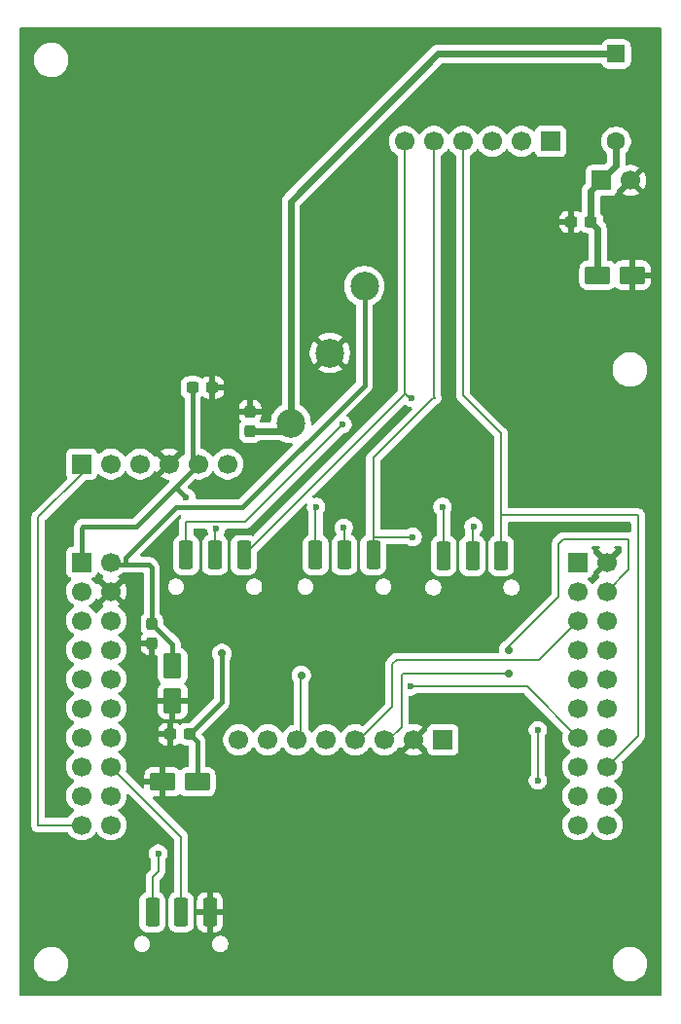
<source format=gtl>
G04 #@! TF.GenerationSoftware,KiCad,Pcbnew,9.0.4*
G04 #@! TF.CreationDate,2025-09-12T09:59:32-04:00*
G04 #@! TF.ProjectId,SBP_Routing_Board,5342505f-526f-4757-9469-6e675f426f61,rev?*
G04 #@! TF.SameCoordinates,Original*
G04 #@! TF.FileFunction,Copper,L1,Top*
G04 #@! TF.FilePolarity,Positive*
%FSLAX46Y46*%
G04 Gerber Fmt 4.6, Leading zero omitted, Abs format (unit mm)*
G04 Created by KiCad (PCBNEW 9.0.4) date 2025-09-12 09:59:32*
%MOMM*%
%LPD*%
G01*
G04 APERTURE LIST*
G04 Aperture macros list*
%AMRoundRect*
0 Rectangle with rounded corners*
0 $1 Rounding radius*
0 $2 $3 $4 $5 $6 $7 $8 $9 X,Y pos of 4 corners*
0 Add a 4 corners polygon primitive as box body*
4,1,4,$2,$3,$4,$5,$6,$7,$8,$9,$2,$3,0*
0 Add four circle primitives for the rounded corners*
1,1,$1+$1,$2,$3*
1,1,$1+$1,$4,$5*
1,1,$1+$1,$6,$7*
1,1,$1+$1,$8,$9*
0 Add four rect primitives between the rounded corners*
20,1,$1+$1,$2,$3,$4,$5,0*
20,1,$1+$1,$4,$5,$6,$7,0*
20,1,$1+$1,$6,$7,$8,$9,0*
20,1,$1+$1,$8,$9,$2,$3,0*%
G04 Aperture macros list end*
G04 #@! TA.AperFunction,ComponentPad*
%ADD10R,1.700000X1.700000*%
G04 #@! TD*
G04 #@! TA.AperFunction,ComponentPad*
%ADD11C,1.700000*%
G04 #@! TD*
G04 #@! TA.AperFunction,SMDPad,CuDef*
%ADD12RoundRect,0.250000X-0.375000X-1.000000X0.375000X-1.000000X0.375000X1.000000X-0.375000X1.000000X0*%
G04 #@! TD*
G04 #@! TA.AperFunction,SMDPad,CuDef*
%ADD13RoundRect,0.250000X-0.550000X0.850000X-0.550000X-0.850000X0.550000X-0.850000X0.550000X0.850000X0*%
G04 #@! TD*
G04 #@! TA.AperFunction,ComponentPad*
%ADD14RoundRect,0.250000X-0.550000X0.550000X-0.550000X-0.550000X0.550000X-0.550000X0.550000X0.550000X0*%
G04 #@! TD*
G04 #@! TA.AperFunction,ComponentPad*
%ADD15C,1.600000*%
G04 #@! TD*
G04 #@! TA.AperFunction,SMDPad,CuDef*
%ADD16RoundRect,0.237500X0.300000X0.237500X-0.300000X0.237500X-0.300000X-0.237500X0.300000X-0.237500X0*%
G04 #@! TD*
G04 #@! TA.AperFunction,SMDPad,CuDef*
%ADD17RoundRect,0.237500X0.237500X-0.300000X0.237500X0.300000X-0.237500X0.300000X-0.237500X-0.300000X0*%
G04 #@! TD*
G04 #@! TA.AperFunction,SMDPad,CuDef*
%ADD18RoundRect,0.250000X0.850000X0.550000X-0.850000X0.550000X-0.850000X-0.550000X0.850000X-0.550000X0*%
G04 #@! TD*
G04 #@! TA.AperFunction,ComponentPad*
%ADD19C,2.500000*%
G04 #@! TD*
G04 #@! TA.AperFunction,SMDPad,CuDef*
%ADD20RoundRect,0.250000X-0.850000X-0.550000X0.850000X-0.550000X0.850000X0.550000X-0.850000X0.550000X0*%
G04 #@! TD*
G04 #@! TA.AperFunction,SMDPad,CuDef*
%ADD21RoundRect,0.237500X-0.300000X-0.237500X0.300000X-0.237500X0.300000X0.237500X-0.300000X0.237500X0*%
G04 #@! TD*
G04 #@! TA.AperFunction,SMDPad,CuDef*
%ADD22RoundRect,0.237500X-0.237500X0.300000X-0.237500X-0.300000X0.237500X-0.300000X0.237500X0.300000X0*%
G04 #@! TD*
G04 #@! TA.AperFunction,ViaPad*
%ADD23C,0.700000*%
G04 #@! TD*
G04 #@! TA.AperFunction,ViaPad*
%ADD24C,0.600000*%
G04 #@! TD*
G04 #@! TA.AperFunction,Conductor*
%ADD25C,0.400000*%
G04 #@! TD*
G04 #@! TA.AperFunction,Conductor*
%ADD26C,0.200000*%
G04 #@! TD*
G04 #@! TA.AperFunction,Conductor*
%ADD27C,0.600000*%
G04 #@! TD*
G04 #@! TA.AperFunction,Conductor*
%ADD28C,0.150000*%
G04 #@! TD*
G04 APERTURE END LIST*
D10*
X103840000Y-122200000D03*
D11*
X101300000Y-122200000D03*
X98760000Y-122200000D03*
X96220000Y-122200000D03*
X93680000Y-122200000D03*
X91140000Y-122200000D03*
X88600000Y-122200000D03*
X86060000Y-122200000D03*
D12*
X103900000Y-106200000D03*
X106400000Y-106200000D03*
X108900000Y-106200000D03*
D13*
X80300000Y-115800000D03*
X80300000Y-118800000D03*
D14*
X118900000Y-62550000D03*
D15*
X118900000Y-70170000D03*
D10*
X72400000Y-106750000D03*
D11*
X74940000Y-106750000D03*
X72400000Y-109290000D03*
X74940000Y-109290000D03*
X72400000Y-111830000D03*
X74940000Y-111830000D03*
X72400000Y-114370000D03*
X74940000Y-114370000D03*
X72400000Y-116910000D03*
X74940000Y-116910000D03*
X72400000Y-119450000D03*
X74940000Y-119450000D03*
X72400000Y-121990000D03*
X74940000Y-121990000D03*
X72400000Y-124530000D03*
X74940000Y-124530000D03*
X72400000Y-127070000D03*
X74940000Y-127070000D03*
X72400000Y-129610000D03*
X74940000Y-129610000D03*
D10*
X72400000Y-98210000D03*
D11*
X74940000Y-98210000D03*
X77480000Y-98210000D03*
X80020000Y-98210000D03*
X82560000Y-98210000D03*
X85100000Y-98210000D03*
D12*
X92760000Y-106130000D03*
X95260000Y-106130000D03*
X97760000Y-106130000D03*
D10*
X117625000Y-73550000D03*
D11*
X120165000Y-73550000D03*
D16*
X116712500Y-77150000D03*
X114987500Y-77150000D03*
D17*
X87050000Y-95362500D03*
X87050000Y-93637500D03*
D12*
X78550000Y-137200000D03*
X81050000Y-137200000D03*
X83550000Y-137200000D03*
D18*
X82450000Y-125850000D03*
X79450000Y-125850000D03*
D19*
X97000000Y-82750000D03*
X90600000Y-94650000D03*
D20*
X117300000Y-81800000D03*
X120300000Y-81800000D03*
D21*
X82037500Y-91550000D03*
X83762500Y-91550000D03*
D10*
X115580000Y-106750000D03*
D11*
X118120000Y-106750000D03*
X115580000Y-109290000D03*
X118120000Y-109290000D03*
X115580000Y-111830000D03*
X118120000Y-111830000D03*
X115580000Y-114370000D03*
X118120000Y-114370000D03*
X115580000Y-116910000D03*
X118120000Y-116910000D03*
X115580000Y-119450000D03*
X118120000Y-119450000D03*
X115580000Y-121990000D03*
X118120000Y-121990000D03*
X115580000Y-124530000D03*
X118120000Y-124530000D03*
X115580000Y-127070000D03*
X118120000Y-127070000D03*
X115580000Y-129610000D03*
X118120000Y-129610000D03*
D12*
X81500000Y-106130000D03*
X84000000Y-106130000D03*
X86500000Y-106130000D03*
D10*
X113200000Y-70150000D03*
D11*
X110660000Y-70150000D03*
X108120000Y-70150000D03*
X105580000Y-70150000D03*
X103040000Y-70150000D03*
X100500000Y-70150000D03*
D19*
X94000000Y-88550000D03*
D16*
X81812500Y-121700000D03*
X80087500Y-121700000D03*
D22*
X78500000Y-112087500D03*
X78500000Y-113812500D03*
D23*
X84600000Y-114700000D03*
D24*
X81500000Y-101150000D03*
D23*
X91500000Y-116600000D03*
X109550000Y-114400000D03*
X109600000Y-116400000D03*
D24*
X79050000Y-132100000D03*
X101100000Y-92450000D03*
X106500000Y-103650000D03*
X95200000Y-103750000D03*
X112100000Y-121350000D03*
X101200000Y-104550000D03*
X112100000Y-125750000D03*
X101000000Y-117550000D03*
X84100000Y-103850000D03*
X103800000Y-101950000D03*
X92800000Y-101950000D03*
X95100000Y-94750000D03*
D25*
X84600000Y-118900000D02*
X84600000Y-114700000D01*
X81812500Y-121687500D02*
X84600000Y-118900000D01*
X81812500Y-121700000D02*
X81812500Y-121687500D01*
D26*
X81050000Y-130640000D02*
X81050000Y-137200000D01*
X74940000Y-124530000D02*
X81050000Y-130640000D01*
X78550000Y-135350000D02*
X78550000Y-137200000D01*
X78550000Y-134150000D02*
X78550000Y-135350000D01*
X79050000Y-133650000D02*
X78550000Y-134150000D01*
X79050000Y-132100000D02*
X79050000Y-133650000D01*
D25*
X80710000Y-100060000D02*
X80710000Y-100360000D01*
X72500000Y-103750000D02*
X72400000Y-103850000D01*
X80710000Y-100360000D02*
X81500000Y-101150000D01*
X77120000Y-103650000D02*
X72500000Y-103650000D01*
X82450000Y-125850000D02*
X82450000Y-122337500D01*
X82450000Y-122337500D02*
X81812500Y-121700000D01*
X72400000Y-103850000D02*
X72400000Y-106750000D01*
X82037500Y-91550000D02*
X82037500Y-97687500D01*
X80710000Y-100060000D02*
X77120000Y-103650000D01*
X72500000Y-103650000D02*
X72500000Y-103750000D01*
X82560000Y-98210000D02*
X80710000Y-100060000D01*
X82037500Y-97687500D02*
X82560000Y-98210000D01*
X82104574Y-121992074D02*
X81812500Y-121700000D01*
D26*
X68600000Y-129650000D02*
X68640000Y-129610000D01*
X72400000Y-99050000D02*
X68600000Y-102850000D01*
X68640000Y-129610000D02*
X72400000Y-129610000D01*
X68600000Y-102850000D02*
X68600000Y-129650000D01*
X72400000Y-98210000D02*
X72400000Y-99050000D01*
D25*
X86400000Y-101950000D02*
X80600000Y-101950000D01*
X80300000Y-113887500D02*
X78500000Y-112087500D01*
X80300000Y-115800000D02*
X80300000Y-113887500D01*
X78500000Y-107250000D02*
X78500000Y-112087500D01*
X80600000Y-101950000D02*
X76200000Y-106350000D01*
X76200000Y-106950000D02*
X75140000Y-106950000D01*
X76200000Y-106350000D02*
X76200000Y-106950000D01*
X78200000Y-106950000D02*
X78500000Y-107250000D01*
X97000000Y-82750000D02*
X97000000Y-91350000D01*
X97000000Y-91350000D02*
X86400000Y-101950000D01*
X75140000Y-106950000D02*
X78200000Y-106950000D01*
X75140000Y-106950000D02*
X74940000Y-106750000D01*
D26*
X91500000Y-116600000D02*
X91490000Y-116610000D01*
X91490000Y-116610000D02*
X91490000Y-122200000D01*
X100250000Y-116550000D02*
X100250000Y-121060000D01*
X109600000Y-116400000D02*
X100400000Y-116400000D01*
X113900000Y-109750000D02*
X113900000Y-105150000D01*
X109500000Y-114150000D02*
X113900000Y-109750000D01*
X113900000Y-105150000D02*
X114300000Y-104750000D01*
X120000000Y-104750000D02*
X120000000Y-107410000D01*
X100250000Y-121060000D02*
X99110000Y-122200000D01*
X114300000Y-104750000D02*
X120000000Y-104750000D01*
X109500000Y-114150000D02*
X109500000Y-114350000D01*
X109500000Y-114350000D02*
X109550000Y-114400000D01*
X100400000Y-116400000D02*
X100250000Y-116550000D01*
X120000000Y-107410000D02*
X118120000Y-109290000D01*
X99450000Y-115600000D02*
X99450000Y-119320000D01*
X100721955Y-115250000D02*
X112160000Y-115250000D01*
X99450000Y-119320000D02*
X96570000Y-122200000D01*
X100721955Y-115250000D02*
X99800000Y-115250000D01*
X112160000Y-115250000D02*
X115580000Y-111830000D01*
X99800000Y-115250000D02*
X99450000Y-115600000D01*
X100500000Y-92050000D02*
X100900000Y-92450000D01*
X100900000Y-92450000D02*
X101100000Y-92450000D01*
X100500000Y-92130000D02*
X86500000Y-106130000D01*
X100500000Y-92050000D02*
X100500000Y-92130000D01*
X100500000Y-70150000D02*
X100500000Y-92050000D01*
X106500000Y-103650000D02*
X106400000Y-103750000D01*
X106400000Y-103750000D02*
X106400000Y-106200000D01*
X95260000Y-103810000D02*
X95260000Y-106130000D01*
X95200000Y-103750000D02*
X95260000Y-103810000D01*
X105580000Y-92230000D02*
X108900000Y-95550000D01*
X120800000Y-102650000D02*
X120800000Y-121850000D01*
X105580000Y-70150000D02*
X105580000Y-92230000D01*
X120800000Y-121850000D02*
X118120000Y-124530000D01*
X108900000Y-95550000D02*
X108900000Y-102650000D01*
X108900000Y-102650000D02*
X108900000Y-106200000D01*
X108900000Y-102650000D02*
X120800000Y-102650000D01*
X103040000Y-92390000D02*
X103100000Y-92450000D01*
X97860000Y-104550000D02*
X97760000Y-104450000D01*
X97760000Y-97670000D02*
X97760000Y-104450000D01*
X103100000Y-92450000D02*
X102980000Y-92450000D01*
X112100000Y-125750000D02*
X112100000Y-121350000D01*
X102980000Y-92450000D02*
X97760000Y-97670000D01*
X97760000Y-104450000D02*
X97760000Y-106130000D01*
X101200000Y-104550000D02*
X97860000Y-104550000D01*
X103040000Y-70150000D02*
X103040000Y-92390000D01*
X111140000Y-117550000D02*
X101000000Y-117550000D01*
X84000000Y-103950000D02*
X84000000Y-106130000D01*
X84100000Y-103850000D02*
X84000000Y-103950000D01*
X115580000Y-121990000D02*
X111140000Y-117550000D01*
X103900000Y-102050000D02*
X103900000Y-106200000D01*
X103800000Y-101950000D02*
X103900000Y-102050000D01*
X92800000Y-101950000D02*
X92760000Y-101990000D01*
X92760000Y-101990000D02*
X92760000Y-106130000D01*
X95100000Y-94750000D02*
X86600000Y-103250000D01*
X81500000Y-103250000D02*
X81500000Y-106130000D01*
X86600000Y-103250000D02*
X81500000Y-103250000D01*
D27*
X90600000Y-75350000D02*
X103400000Y-62550000D01*
X87050000Y-95362500D02*
X89887500Y-95362500D01*
D28*
X89887500Y-95362500D02*
X90600000Y-94650000D01*
D27*
X90600000Y-94650000D02*
X90600000Y-75350000D01*
X103400000Y-62550000D02*
X118900000Y-62550000D01*
X117300000Y-81800000D02*
X117300000Y-77737500D01*
X117300000Y-77737500D02*
X116712500Y-77150000D01*
X118900000Y-70170000D02*
X118900000Y-72275000D01*
X118900000Y-72275000D02*
X117625000Y-73550000D01*
X116712500Y-74462500D02*
X117625000Y-73550000D01*
X116712500Y-77150000D02*
X116712500Y-74462500D01*
G04 #@! TA.AperFunction,Conductor*
G36*
X79554075Y-98402993D02*
G01*
X79619901Y-98517007D01*
X79712993Y-98610099D01*
X79827007Y-98675925D01*
X79890590Y-98692962D01*
X79258282Y-99325269D01*
X79258282Y-99325270D01*
X79312449Y-99364624D01*
X79501782Y-99461095D01*
X79703870Y-99526757D01*
X79913754Y-99560000D01*
X79919980Y-99560000D01*
X79987019Y-99579685D01*
X80032774Y-99632489D01*
X80042718Y-99701647D01*
X80013693Y-99765203D01*
X80007661Y-99771681D01*
X76866162Y-102913181D01*
X76804839Y-102946666D01*
X76778481Y-102949500D01*
X72431005Y-102949500D01*
X72295677Y-102976418D01*
X72295667Y-102976421D01*
X72168195Y-103029221D01*
X72168182Y-103029228D01*
X72053458Y-103105885D01*
X72053454Y-103105888D01*
X71955888Y-103203454D01*
X71955885Y-103203458D01*
X71879228Y-103318182D01*
X71879223Y-103318192D01*
X71829040Y-103439344D01*
X71817583Y-103460779D01*
X71779229Y-103518182D01*
X71779223Y-103518192D01*
X71726420Y-103645671D01*
X71726420Y-103645672D01*
X71709543Y-103730520D01*
X71704521Y-103755763D01*
X71699500Y-103781006D01*
X71699500Y-105275500D01*
X71679815Y-105342539D01*
X71627011Y-105388294D01*
X71575502Y-105399500D01*
X71502130Y-105399500D01*
X71502123Y-105399501D01*
X71442516Y-105405908D01*
X71307671Y-105456202D01*
X71307664Y-105456206D01*
X71192455Y-105542452D01*
X71192452Y-105542455D01*
X71106206Y-105657664D01*
X71106202Y-105657671D01*
X71055908Y-105792517D01*
X71049501Y-105852116D01*
X71049501Y-105852123D01*
X71049500Y-105852135D01*
X71049500Y-107647870D01*
X71049501Y-107647876D01*
X71055908Y-107707483D01*
X71106202Y-107842328D01*
X71106206Y-107842335D01*
X71192452Y-107957544D01*
X71192455Y-107957547D01*
X71307664Y-108043793D01*
X71307671Y-108043797D01*
X71439082Y-108092810D01*
X71495016Y-108134681D01*
X71519433Y-108200145D01*
X71504582Y-108268418D01*
X71483431Y-108296673D01*
X71369889Y-108410215D01*
X71244951Y-108582179D01*
X71148444Y-108771585D01*
X71082753Y-108973760D01*
X71049500Y-109183713D01*
X71049500Y-109396287D01*
X71049541Y-109396545D01*
X71082735Y-109606127D01*
X71082754Y-109606243D01*
X71088387Y-109623581D01*
X71148444Y-109808414D01*
X71244951Y-109997820D01*
X71369890Y-110169786D01*
X71520213Y-110320109D01*
X71692182Y-110445050D01*
X71700946Y-110449516D01*
X71751742Y-110497491D01*
X71768536Y-110565312D01*
X71745998Y-110631447D01*
X71700946Y-110670484D01*
X71692182Y-110674949D01*
X71520213Y-110799890D01*
X71369890Y-110950213D01*
X71244951Y-111122179D01*
X71148444Y-111311585D01*
X71082753Y-111513760D01*
X71049500Y-111723713D01*
X71049500Y-111936286D01*
X71076801Y-112108661D01*
X71082754Y-112146243D01*
X71137431Y-112314522D01*
X71148444Y-112348414D01*
X71244951Y-112537820D01*
X71369890Y-112709786D01*
X71520213Y-112860109D01*
X71692182Y-112985050D01*
X71700946Y-112989516D01*
X71751742Y-113037491D01*
X71768536Y-113105312D01*
X71745998Y-113171447D01*
X71700946Y-113210484D01*
X71692182Y-113214949D01*
X71520213Y-113339890D01*
X71369890Y-113490213D01*
X71244951Y-113662179D01*
X71148444Y-113851585D01*
X71082753Y-114053760D01*
X71049500Y-114263713D01*
X71049500Y-114476286D01*
X71076485Y-114646666D01*
X71082754Y-114686243D01*
X71135961Y-114849998D01*
X71148444Y-114888414D01*
X71244951Y-115077820D01*
X71369890Y-115249786D01*
X71520213Y-115400109D01*
X71692182Y-115525050D01*
X71700946Y-115529516D01*
X71751742Y-115577491D01*
X71768536Y-115645312D01*
X71745998Y-115711447D01*
X71700946Y-115750484D01*
X71692182Y-115754949D01*
X71520213Y-115879890D01*
X71369890Y-116030213D01*
X71244951Y-116202179D01*
X71148444Y-116391585D01*
X71082753Y-116593760D01*
X71049500Y-116803713D01*
X71049500Y-117016286D01*
X71081335Y-117217289D01*
X71082754Y-117226243D01*
X71139373Y-117400499D01*
X71148444Y-117428414D01*
X71244951Y-117617820D01*
X71369890Y-117789786D01*
X71520213Y-117940109D01*
X71692182Y-118065050D01*
X71700946Y-118069516D01*
X71751742Y-118117491D01*
X71768536Y-118185312D01*
X71745998Y-118251447D01*
X71700946Y-118290484D01*
X71692182Y-118294949D01*
X71520213Y-118419890D01*
X71369890Y-118570213D01*
X71244951Y-118742179D01*
X71148444Y-118931585D01*
X71082753Y-119133760D01*
X71056330Y-119300590D01*
X71049500Y-119343713D01*
X71049500Y-119556287D01*
X71082754Y-119766243D01*
X71110321Y-119851086D01*
X71148444Y-119968414D01*
X71244951Y-120157820D01*
X71369890Y-120329786D01*
X71520213Y-120480109D01*
X71692182Y-120605050D01*
X71700946Y-120609516D01*
X71751742Y-120657491D01*
X71768536Y-120725312D01*
X71745998Y-120791447D01*
X71700946Y-120830484D01*
X71692182Y-120834949D01*
X71520213Y-120959890D01*
X71369890Y-121110213D01*
X71244951Y-121282179D01*
X71148444Y-121471585D01*
X71082753Y-121673760D01*
X71049500Y-121883713D01*
X71049500Y-122096286D01*
X71076776Y-122268503D01*
X71082754Y-122306243D01*
X71147986Y-122507007D01*
X71148444Y-122508414D01*
X71244951Y-122697820D01*
X71369890Y-122869786D01*
X71520213Y-123020109D01*
X71692182Y-123145050D01*
X71700946Y-123149516D01*
X71751742Y-123197491D01*
X71768536Y-123265312D01*
X71745998Y-123331447D01*
X71700946Y-123370484D01*
X71692182Y-123374949D01*
X71520213Y-123499890D01*
X71369890Y-123650213D01*
X71244951Y-123822179D01*
X71148444Y-124011585D01*
X71082753Y-124213760D01*
X71049500Y-124423713D01*
X71049500Y-124636286D01*
X71082753Y-124846239D01*
X71082753Y-124846241D01*
X71082754Y-124846243D01*
X71137431Y-125014522D01*
X71148444Y-125048414D01*
X71244951Y-125237820D01*
X71369890Y-125409786D01*
X71520213Y-125560109D01*
X71692182Y-125685050D01*
X71700946Y-125689516D01*
X71751742Y-125737491D01*
X71768536Y-125805312D01*
X71745998Y-125871447D01*
X71700946Y-125910484D01*
X71692182Y-125914949D01*
X71520213Y-126039890D01*
X71369890Y-126190213D01*
X71244951Y-126362179D01*
X71148444Y-126551585D01*
X71082753Y-126753760D01*
X71049500Y-126963713D01*
X71049500Y-127176286D01*
X71082753Y-127386239D01*
X71148444Y-127588414D01*
X71244951Y-127777820D01*
X71369890Y-127949786D01*
X71520213Y-128100109D01*
X71692182Y-128225050D01*
X71700946Y-128229516D01*
X71751742Y-128277491D01*
X71768536Y-128345312D01*
X71745998Y-128411447D01*
X71700946Y-128450484D01*
X71692182Y-128454949D01*
X71520213Y-128579890D01*
X71369890Y-128730213D01*
X71244948Y-128902184D01*
X71244947Y-128902185D01*
X71224765Y-128941795D01*
X71176791Y-128992591D01*
X71114281Y-129009500D01*
X69324500Y-129009500D01*
X69257461Y-128989815D01*
X69211706Y-128937011D01*
X69200500Y-128885500D01*
X69200500Y-103150097D01*
X69220185Y-103083058D01*
X69236819Y-103062416D01*
X72702417Y-99596818D01*
X72763740Y-99563333D01*
X72790098Y-99560499D01*
X73297871Y-99560499D01*
X73297872Y-99560499D01*
X73357483Y-99554091D01*
X73492331Y-99503796D01*
X73607546Y-99417546D01*
X73693796Y-99302331D01*
X73742810Y-99170916D01*
X73784681Y-99114984D01*
X73850145Y-99090566D01*
X73918418Y-99105417D01*
X73946673Y-99126569D01*
X74060213Y-99240109D01*
X74232179Y-99365048D01*
X74232181Y-99365049D01*
X74232184Y-99365051D01*
X74421588Y-99461557D01*
X74623757Y-99527246D01*
X74833713Y-99560500D01*
X74833714Y-99560500D01*
X75046286Y-99560500D01*
X75046287Y-99560500D01*
X75256243Y-99527246D01*
X75458412Y-99461557D01*
X75647816Y-99365051D01*
X75669789Y-99349086D01*
X75819786Y-99240109D01*
X75819788Y-99240106D01*
X75819792Y-99240104D01*
X75970104Y-99089792D01*
X75970106Y-99089788D01*
X75970109Y-99089786D01*
X76095048Y-98917820D01*
X76095047Y-98917820D01*
X76095051Y-98917816D01*
X76099514Y-98909054D01*
X76147488Y-98858259D01*
X76215308Y-98841463D01*
X76281444Y-98863999D01*
X76320486Y-98909056D01*
X76324951Y-98917820D01*
X76449890Y-99089786D01*
X76600213Y-99240109D01*
X76772179Y-99365048D01*
X76772181Y-99365049D01*
X76772184Y-99365051D01*
X76961588Y-99461557D01*
X77163757Y-99527246D01*
X77373713Y-99560500D01*
X77373714Y-99560500D01*
X77586286Y-99560500D01*
X77586287Y-99560500D01*
X77796243Y-99527246D01*
X77998412Y-99461557D01*
X78187816Y-99365051D01*
X78209789Y-99349086D01*
X78359786Y-99240109D01*
X78359788Y-99240106D01*
X78359792Y-99240104D01*
X78510104Y-99089792D01*
X78510106Y-99089788D01*
X78510109Y-99089786D01*
X78577515Y-98997007D01*
X78635051Y-98917816D01*
X78639793Y-98908508D01*
X78687763Y-98857711D01*
X78755583Y-98840911D01*
X78821719Y-98863445D01*
X78860763Y-98908500D01*
X78865373Y-98917547D01*
X78904728Y-98971716D01*
X79537037Y-98339408D01*
X79554075Y-98402993D01*
G37*
G04 #@! TD.AperFunction*
G04 #@! TA.AperFunction,Conductor*
G36*
X74474075Y-109482993D02*
G01*
X74539901Y-109597007D01*
X74632993Y-109690099D01*
X74747007Y-109755925D01*
X74810590Y-109772962D01*
X74178282Y-110405269D01*
X74178282Y-110405270D01*
X74232452Y-110444626D01*
X74232451Y-110444626D01*
X74241495Y-110449234D01*
X74292292Y-110497208D01*
X74309087Y-110565029D01*
X74286550Y-110631164D01*
X74241499Y-110670202D01*
X74232182Y-110674949D01*
X74060213Y-110799890D01*
X73909890Y-110950213D01*
X73784949Y-111122182D01*
X73780484Y-111130946D01*
X73732509Y-111181742D01*
X73664688Y-111198536D01*
X73598553Y-111175998D01*
X73559516Y-111130946D01*
X73555050Y-111122182D01*
X73430109Y-110950213D01*
X73279786Y-110799890D01*
X73107820Y-110674951D01*
X73107115Y-110674591D01*
X73099054Y-110670485D01*
X73048259Y-110622512D01*
X73031463Y-110554692D01*
X73053999Y-110488556D01*
X73099054Y-110449515D01*
X73107816Y-110445051D01*
X73162572Y-110405269D01*
X73279786Y-110320109D01*
X73279788Y-110320106D01*
X73279792Y-110320104D01*
X73430104Y-110169792D01*
X73430106Y-110169788D01*
X73430109Y-110169786D01*
X73515890Y-110051717D01*
X73555051Y-109997816D01*
X73559793Y-109988508D01*
X73607763Y-109937711D01*
X73675583Y-109920911D01*
X73741719Y-109943445D01*
X73780763Y-109988500D01*
X73785373Y-109997547D01*
X73824728Y-110051716D01*
X74457037Y-109419408D01*
X74474075Y-109482993D01*
G37*
G04 #@! TD.AperFunction*
G04 #@! TA.AperFunction,Conductor*
G36*
X73918418Y-107645417D02*
G01*
X73946673Y-107666569D01*
X74060213Y-107780109D01*
X74232179Y-107905048D01*
X74232181Y-107905049D01*
X74232184Y-107905051D01*
X74241493Y-107909794D01*
X74292290Y-107957766D01*
X74309087Y-108025587D01*
X74286552Y-108091722D01*
X74241505Y-108130760D01*
X74232446Y-108135376D01*
X74232440Y-108135380D01*
X74178282Y-108174727D01*
X74178282Y-108174728D01*
X74810591Y-108807037D01*
X74747007Y-108824075D01*
X74632993Y-108889901D01*
X74539901Y-108982993D01*
X74474075Y-109097007D01*
X74457037Y-109160591D01*
X73824728Y-108528282D01*
X73824727Y-108528282D01*
X73785380Y-108582440D01*
X73785376Y-108582446D01*
X73780760Y-108591505D01*
X73732781Y-108642297D01*
X73664959Y-108659087D01*
X73598826Y-108636543D01*
X73559794Y-108591493D01*
X73555051Y-108582184D01*
X73555049Y-108582181D01*
X73555048Y-108582179D01*
X73430109Y-108410213D01*
X73316569Y-108296673D01*
X73283084Y-108235350D01*
X73288068Y-108165658D01*
X73329940Y-108109725D01*
X73360915Y-108092810D01*
X73492331Y-108043796D01*
X73607546Y-107957546D01*
X73693796Y-107842331D01*
X73742810Y-107710916D01*
X73784681Y-107654984D01*
X73850145Y-107630566D01*
X73918418Y-107645417D01*
G37*
G04 #@! TD.AperFunction*
G04 #@! TA.AperFunction,Conductor*
G36*
X117654075Y-106942993D02*
G01*
X117719901Y-107057007D01*
X117812993Y-107150099D01*
X117927007Y-107215925D01*
X117990590Y-107232962D01*
X117358282Y-107865269D01*
X117358282Y-107865270D01*
X117412452Y-107904626D01*
X117412451Y-107904626D01*
X117421495Y-107909234D01*
X117472292Y-107957208D01*
X117489087Y-108025029D01*
X117466550Y-108091164D01*
X117421499Y-108130202D01*
X117412182Y-108134949D01*
X117240213Y-108259890D01*
X117089890Y-108410213D01*
X116964949Y-108582182D01*
X116960484Y-108590946D01*
X116912509Y-108641742D01*
X116844688Y-108658536D01*
X116778553Y-108635998D01*
X116739516Y-108590946D01*
X116735050Y-108582182D01*
X116610109Y-108410213D01*
X116496569Y-108296673D01*
X116463084Y-108235350D01*
X116468068Y-108165658D01*
X116509940Y-108109725D01*
X116540915Y-108092810D01*
X116672331Y-108043796D01*
X116787546Y-107957546D01*
X116873796Y-107842331D01*
X116924091Y-107707483D01*
X116930500Y-107647873D01*
X116930499Y-107637312D01*
X116950179Y-107570275D01*
X116966818Y-107549626D01*
X117637037Y-106879408D01*
X117654075Y-106942993D01*
G37*
G04 #@! TD.AperFunction*
G04 #@! TA.AperFunction,Conductor*
G36*
X117443586Y-105370185D02*
G01*
X117489341Y-105422989D01*
X117499285Y-105492147D01*
X117470260Y-105555703D01*
X117432843Y-105584984D01*
X117412443Y-105595378D01*
X117412440Y-105595380D01*
X117358282Y-105634727D01*
X117358282Y-105634728D01*
X117990591Y-106267037D01*
X117927007Y-106284075D01*
X117812993Y-106349901D01*
X117719901Y-106442993D01*
X117654075Y-106557007D01*
X117637037Y-106620591D01*
X116966818Y-105950372D01*
X116933333Y-105889049D01*
X116930499Y-105862691D01*
X116930499Y-105852129D01*
X116930498Y-105852123D01*
X116930497Y-105852116D01*
X116924091Y-105792517D01*
X116900670Y-105729723D01*
X116873797Y-105657671D01*
X116873793Y-105657664D01*
X116792305Y-105548811D01*
X116767887Y-105483347D01*
X116782738Y-105415074D01*
X116832143Y-105365668D01*
X116891571Y-105350500D01*
X117376547Y-105350500D01*
X117443586Y-105370185D01*
G37*
G04 #@! TD.AperFunction*
G04 #@! TA.AperFunction,Conductor*
G36*
X119342539Y-105370185D02*
G01*
X119388294Y-105422989D01*
X119399500Y-105474500D01*
X119399500Y-105867065D01*
X119379815Y-105934104D01*
X119327011Y-105979859D01*
X119265770Y-105990683D01*
X119235269Y-105988282D01*
X118602962Y-106620590D01*
X118585925Y-106557007D01*
X118520099Y-106442993D01*
X118427007Y-106349901D01*
X118312993Y-106284075D01*
X118249409Y-106267037D01*
X118881716Y-105634728D01*
X118827547Y-105595373D01*
X118827548Y-105595373D01*
X118807159Y-105584985D01*
X118756362Y-105537011D01*
X118739567Y-105469190D01*
X118762104Y-105403055D01*
X118816819Y-105359603D01*
X118863453Y-105350500D01*
X119275500Y-105350500D01*
X119342539Y-105370185D01*
G37*
G04 #@! TD.AperFunction*
G04 #@! TA.AperFunction,Conductor*
G36*
X122842539Y-60270185D02*
G01*
X122888294Y-60322989D01*
X122899500Y-60374500D01*
X122899500Y-144375500D01*
X122879815Y-144442539D01*
X122827011Y-144488294D01*
X122775500Y-144499500D01*
X67124500Y-144499500D01*
X67057461Y-144479815D01*
X67011706Y-144427011D01*
X67000500Y-144375500D01*
X67000500Y-141581902D01*
X68249500Y-141581902D01*
X68249500Y-141818097D01*
X68286446Y-142051368D01*
X68359433Y-142275996D01*
X68466657Y-142486433D01*
X68605483Y-142677510D01*
X68772490Y-142844517D01*
X68963567Y-142983343D01*
X69062991Y-143034002D01*
X69174003Y-143090566D01*
X69174005Y-143090566D01*
X69174008Y-143090568D01*
X69294412Y-143129689D01*
X69398631Y-143163553D01*
X69631903Y-143200500D01*
X69631908Y-143200500D01*
X69868097Y-143200500D01*
X70101368Y-143163553D01*
X70325992Y-143090568D01*
X70536433Y-142983343D01*
X70727510Y-142844517D01*
X70894517Y-142677510D01*
X71033343Y-142486433D01*
X71140568Y-142275992D01*
X71213553Y-142051368D01*
X71250500Y-141818097D01*
X71250500Y-141581902D01*
X118599500Y-141581902D01*
X118599500Y-141818097D01*
X118636446Y-142051368D01*
X118709433Y-142275996D01*
X118816657Y-142486433D01*
X118955483Y-142677510D01*
X119122490Y-142844517D01*
X119313567Y-142983343D01*
X119412991Y-143034002D01*
X119524003Y-143090566D01*
X119524005Y-143090566D01*
X119524008Y-143090568D01*
X119644412Y-143129689D01*
X119748631Y-143163553D01*
X119981903Y-143200500D01*
X119981908Y-143200500D01*
X120218097Y-143200500D01*
X120451368Y-143163553D01*
X120675992Y-143090568D01*
X120886433Y-142983343D01*
X121077510Y-142844517D01*
X121244517Y-142677510D01*
X121383343Y-142486433D01*
X121490568Y-142275992D01*
X121563553Y-142051368D01*
X121600500Y-141818097D01*
X121600500Y-141581902D01*
X121563553Y-141348631D01*
X121490566Y-141124003D01*
X121383342Y-140913566D01*
X121244517Y-140722490D01*
X121077510Y-140555483D01*
X120886433Y-140416657D01*
X120846953Y-140396541D01*
X120675996Y-140309433D01*
X120451368Y-140236446D01*
X120218097Y-140199500D01*
X120218092Y-140199500D01*
X119981908Y-140199500D01*
X119981903Y-140199500D01*
X119748631Y-140236446D01*
X119524003Y-140309433D01*
X119313566Y-140416657D01*
X119206961Y-140494111D01*
X119122490Y-140555483D01*
X119122488Y-140555485D01*
X119122487Y-140555485D01*
X118955485Y-140722487D01*
X118955485Y-140722488D01*
X118955483Y-140722490D01*
X118895862Y-140804550D01*
X118816657Y-140913566D01*
X118709433Y-141124003D01*
X118636446Y-141348631D01*
X118599500Y-141581902D01*
X71250500Y-141581902D01*
X71213553Y-141348631D01*
X71140566Y-141124003D01*
X71033342Y-140913566D01*
X70894517Y-140722490D01*
X70727510Y-140555483D01*
X70536433Y-140416657D01*
X70496953Y-140396541D01*
X70325996Y-140309433D01*
X70101368Y-140236446D01*
X69868097Y-140199500D01*
X69868092Y-140199500D01*
X69631908Y-140199500D01*
X69631903Y-140199500D01*
X69398631Y-140236446D01*
X69174003Y-140309433D01*
X68963566Y-140416657D01*
X68856961Y-140494111D01*
X68772490Y-140555483D01*
X68772488Y-140555485D01*
X68772487Y-140555485D01*
X68605485Y-140722487D01*
X68605485Y-140722488D01*
X68605483Y-140722490D01*
X68545862Y-140804550D01*
X68466657Y-140913566D01*
X68359433Y-141124003D01*
X68286446Y-141348631D01*
X68249500Y-141581902D01*
X67000500Y-141581902D01*
X67000500Y-140018995D01*
X76949499Y-140018995D01*
X76976418Y-140154322D01*
X76976421Y-140154332D01*
X77029221Y-140281804D01*
X77029228Y-140281817D01*
X77105885Y-140396541D01*
X77105888Y-140396545D01*
X77203454Y-140494111D01*
X77203458Y-140494114D01*
X77318182Y-140570771D01*
X77318195Y-140570778D01*
X77445667Y-140623578D01*
X77445672Y-140623580D01*
X77445676Y-140623580D01*
X77445677Y-140623581D01*
X77581004Y-140650500D01*
X77581007Y-140650500D01*
X77718995Y-140650500D01*
X77810041Y-140632389D01*
X77854328Y-140623580D01*
X77981811Y-140570775D01*
X78096542Y-140494114D01*
X78194114Y-140396542D01*
X78270775Y-140281811D01*
X78323580Y-140154328D01*
X78350500Y-140018995D01*
X83749499Y-140018995D01*
X83776418Y-140154322D01*
X83776421Y-140154332D01*
X83829221Y-140281804D01*
X83829228Y-140281817D01*
X83905885Y-140396541D01*
X83905888Y-140396545D01*
X84003454Y-140494111D01*
X84003458Y-140494114D01*
X84118182Y-140570771D01*
X84118195Y-140570778D01*
X84245667Y-140623578D01*
X84245672Y-140623580D01*
X84245676Y-140623580D01*
X84245677Y-140623581D01*
X84381004Y-140650500D01*
X84381007Y-140650500D01*
X84518995Y-140650500D01*
X84610041Y-140632389D01*
X84654328Y-140623580D01*
X84781811Y-140570775D01*
X84896542Y-140494114D01*
X84994114Y-140396542D01*
X85070775Y-140281811D01*
X85123580Y-140154328D01*
X85150500Y-140018993D01*
X85150500Y-139881007D01*
X85150500Y-139881004D01*
X85123581Y-139745677D01*
X85123580Y-139745676D01*
X85123580Y-139745672D01*
X85123578Y-139745667D01*
X85070778Y-139618195D01*
X85070771Y-139618182D01*
X84994114Y-139503458D01*
X84994111Y-139503454D01*
X84896545Y-139405888D01*
X84896541Y-139405885D01*
X84781817Y-139329228D01*
X84781804Y-139329221D01*
X84654332Y-139276421D01*
X84654322Y-139276418D01*
X84518995Y-139249500D01*
X84518993Y-139249500D01*
X84381007Y-139249500D01*
X84381005Y-139249500D01*
X84245677Y-139276418D01*
X84245667Y-139276421D01*
X84118195Y-139329221D01*
X84118182Y-139329228D01*
X84003458Y-139405885D01*
X84003454Y-139405888D01*
X83905888Y-139503454D01*
X83905885Y-139503458D01*
X83829228Y-139618182D01*
X83829221Y-139618195D01*
X83776421Y-139745667D01*
X83776418Y-139745677D01*
X83749500Y-139881004D01*
X83749500Y-139881007D01*
X83749500Y-140018993D01*
X83749500Y-140018995D01*
X83749499Y-140018995D01*
X78350500Y-140018995D01*
X78350500Y-140018993D01*
X78350500Y-139881007D01*
X78350500Y-139881004D01*
X78323581Y-139745677D01*
X78323580Y-139745676D01*
X78323580Y-139745672D01*
X78323578Y-139745667D01*
X78270778Y-139618195D01*
X78270771Y-139618182D01*
X78194114Y-139503458D01*
X78194111Y-139503454D01*
X78096545Y-139405888D01*
X78096541Y-139405885D01*
X77981817Y-139329228D01*
X77981804Y-139329221D01*
X77854332Y-139276421D01*
X77854322Y-139276418D01*
X77718995Y-139249500D01*
X77718993Y-139249500D01*
X77581007Y-139249500D01*
X77581005Y-139249500D01*
X77445677Y-139276418D01*
X77445667Y-139276421D01*
X77318195Y-139329221D01*
X77318182Y-139329228D01*
X77203458Y-139405885D01*
X77203454Y-139405888D01*
X77105888Y-139503454D01*
X77105885Y-139503458D01*
X77029228Y-139618182D01*
X77029221Y-139618195D01*
X76976421Y-139745667D01*
X76976418Y-139745677D01*
X76949500Y-139881004D01*
X76949500Y-139881007D01*
X76949500Y-140018993D01*
X76949500Y-140018995D01*
X76949499Y-140018995D01*
X67000500Y-140018995D01*
X67000500Y-136149983D01*
X77424500Y-136149983D01*
X77424500Y-138250001D01*
X77424501Y-138250018D01*
X77435000Y-138352796D01*
X77435001Y-138352799D01*
X77490115Y-138519119D01*
X77490186Y-138519334D01*
X77582288Y-138668656D01*
X77706344Y-138792712D01*
X77855666Y-138884814D01*
X78022203Y-138939999D01*
X78124991Y-138950500D01*
X78975008Y-138950499D01*
X78975016Y-138950498D01*
X78975019Y-138950498D01*
X79031302Y-138944748D01*
X79077797Y-138939999D01*
X79244334Y-138884814D01*
X79393656Y-138792712D01*
X79517712Y-138668656D01*
X79609814Y-138519334D01*
X79664999Y-138352797D01*
X79675500Y-138250009D01*
X79675499Y-136149992D01*
X79664999Y-136047203D01*
X79609814Y-135880666D01*
X79517712Y-135731344D01*
X79393656Y-135607288D01*
X79244334Y-135515186D01*
X79244333Y-135515185D01*
X79244332Y-135515185D01*
X79235493Y-135512256D01*
X79178049Y-135472482D01*
X79151228Y-135407965D01*
X79150500Y-135394551D01*
X79150500Y-134450097D01*
X79170185Y-134383058D01*
X79186819Y-134362416D01*
X79320178Y-134229057D01*
X79530520Y-134018716D01*
X79609577Y-133881784D01*
X79650501Y-133729057D01*
X79650501Y-133570942D01*
X79650501Y-133563347D01*
X79650500Y-133563329D01*
X79650500Y-132679765D01*
X79670185Y-132612726D01*
X79671398Y-132610874D01*
X79759390Y-132479185D01*
X79759390Y-132479184D01*
X79759394Y-132479179D01*
X79819737Y-132333497D01*
X79850500Y-132178842D01*
X79850500Y-132021158D01*
X79850500Y-132021155D01*
X79850499Y-132021153D01*
X79819738Y-131866510D01*
X79819737Y-131866503D01*
X79819735Y-131866498D01*
X79759397Y-131720827D01*
X79759390Y-131720814D01*
X79671789Y-131589711D01*
X79671786Y-131589707D01*
X79560292Y-131478213D01*
X79560288Y-131478210D01*
X79429185Y-131390609D01*
X79429172Y-131390602D01*
X79283501Y-131330264D01*
X79283489Y-131330261D01*
X79128845Y-131299500D01*
X79128842Y-131299500D01*
X78971158Y-131299500D01*
X78971155Y-131299500D01*
X78816510Y-131330261D01*
X78816498Y-131330264D01*
X78670827Y-131390602D01*
X78670814Y-131390609D01*
X78539711Y-131478210D01*
X78539707Y-131478213D01*
X78428213Y-131589707D01*
X78428210Y-131589711D01*
X78340609Y-131720814D01*
X78340602Y-131720827D01*
X78280264Y-131866498D01*
X78280261Y-131866510D01*
X78249500Y-132021153D01*
X78249500Y-132178846D01*
X78280261Y-132333489D01*
X78280264Y-132333501D01*
X78340602Y-132479172D01*
X78340609Y-132479185D01*
X78428602Y-132610874D01*
X78449480Y-132677551D01*
X78449500Y-132679765D01*
X78449500Y-133349901D01*
X78429815Y-133416940D01*
X78413181Y-133437582D01*
X78174214Y-133676548D01*
X78174215Y-133676549D01*
X78069478Y-133781286D01*
X78019361Y-133868094D01*
X78019359Y-133868096D01*
X77990425Y-133918209D01*
X77990424Y-133918210D01*
X77990423Y-133918215D01*
X77949499Y-134070943D01*
X77949499Y-134070945D01*
X77949499Y-134239046D01*
X77949500Y-134239059D01*
X77949500Y-135394551D01*
X77929815Y-135461590D01*
X77877011Y-135507345D01*
X77864507Y-135512256D01*
X77855667Y-135515185D01*
X77706342Y-135607289D01*
X77582289Y-135731342D01*
X77490187Y-135880663D01*
X77490185Y-135880668D01*
X77490115Y-135880880D01*
X77435001Y-136047203D01*
X77435001Y-136047204D01*
X77435000Y-136047204D01*
X77424500Y-136149983D01*
X67000500Y-136149983D01*
X67000500Y-129729054D01*
X67999498Y-129729054D01*
X68040423Y-129881787D01*
X68040424Y-129881788D01*
X68051997Y-129901832D01*
X68051999Y-129901835D01*
X68119477Y-130018712D01*
X68119481Y-130018717D01*
X68231284Y-130130520D01*
X68318095Y-130180639D01*
X68318097Y-130180641D01*
X68356151Y-130202611D01*
X68368215Y-130209577D01*
X68520943Y-130250501D01*
X68520946Y-130250501D01*
X68679055Y-130250501D01*
X68679057Y-130250501D01*
X68812572Y-130214724D01*
X68844666Y-130210500D01*
X71114281Y-130210500D01*
X71181320Y-130230185D01*
X71224765Y-130278205D01*
X71244947Y-130317814D01*
X71244948Y-130317815D01*
X71369890Y-130489786D01*
X71520213Y-130640109D01*
X71692179Y-130765048D01*
X71692181Y-130765049D01*
X71692184Y-130765051D01*
X71881588Y-130861557D01*
X72083757Y-130927246D01*
X72293713Y-130960500D01*
X72293714Y-130960500D01*
X72506286Y-130960500D01*
X72506287Y-130960500D01*
X72716243Y-130927246D01*
X72918412Y-130861557D01*
X73107816Y-130765051D01*
X73171122Y-130719057D01*
X73279786Y-130640109D01*
X73279788Y-130640106D01*
X73279792Y-130640104D01*
X73430104Y-130489792D01*
X73430106Y-130489788D01*
X73430109Y-130489786D01*
X73555048Y-130317820D01*
X73555047Y-130317820D01*
X73555051Y-130317816D01*
X73559514Y-130309054D01*
X73607488Y-130258259D01*
X73675308Y-130241463D01*
X73741444Y-130263999D01*
X73780486Y-130309056D01*
X73784951Y-130317820D01*
X73909890Y-130489786D01*
X74060213Y-130640109D01*
X74232179Y-130765048D01*
X74232181Y-130765049D01*
X74232184Y-130765051D01*
X74421588Y-130861557D01*
X74623757Y-130927246D01*
X74833713Y-130960500D01*
X74833714Y-130960500D01*
X75046286Y-130960500D01*
X75046287Y-130960500D01*
X75256243Y-130927246D01*
X75458412Y-130861557D01*
X75647816Y-130765051D01*
X75711122Y-130719057D01*
X75819786Y-130640109D01*
X75819788Y-130640106D01*
X75819792Y-130640104D01*
X75970104Y-130489792D01*
X75970106Y-130489788D01*
X75970109Y-130489786D01*
X76095048Y-130317820D01*
X76095047Y-130317820D01*
X76095051Y-130317816D01*
X76191557Y-130128412D01*
X76257246Y-129926243D01*
X76290500Y-129716287D01*
X76290500Y-129503713D01*
X76257246Y-129293757D01*
X76191557Y-129091588D01*
X76095051Y-128902184D01*
X76095049Y-128902181D01*
X76095048Y-128902179D01*
X75970109Y-128730213D01*
X75819786Y-128579890D01*
X75647820Y-128454951D01*
X75647115Y-128454591D01*
X75639054Y-128450485D01*
X75588259Y-128402512D01*
X75571463Y-128334692D01*
X75593999Y-128268556D01*
X75639054Y-128229515D01*
X75647816Y-128225051D01*
X75669789Y-128209086D01*
X75819786Y-128100109D01*
X75819788Y-128100106D01*
X75819792Y-128100104D01*
X75970104Y-127949792D01*
X75970106Y-127949788D01*
X75970109Y-127949786D01*
X76095048Y-127777820D01*
X76095047Y-127777820D01*
X76095051Y-127777816D01*
X76191557Y-127588412D01*
X76257246Y-127386243D01*
X76290500Y-127176287D01*
X76290500Y-127029097D01*
X76310185Y-126962058D01*
X76362989Y-126916303D01*
X76432147Y-126906359D01*
X76495703Y-126935384D01*
X76502181Y-126941416D01*
X80413181Y-130852416D01*
X80446666Y-130913739D01*
X80449500Y-130940097D01*
X80449500Y-135394551D01*
X80429815Y-135461590D01*
X80377011Y-135507345D01*
X80364507Y-135512256D01*
X80355667Y-135515185D01*
X80206342Y-135607289D01*
X80082289Y-135731342D01*
X79990187Y-135880663D01*
X79990185Y-135880668D01*
X79990115Y-135880880D01*
X79935001Y-136047203D01*
X79935001Y-136047204D01*
X79935000Y-136047204D01*
X79924500Y-136149983D01*
X79924500Y-138250001D01*
X79924501Y-138250018D01*
X79935000Y-138352796D01*
X79935001Y-138352799D01*
X79990115Y-138519119D01*
X79990186Y-138519334D01*
X80082288Y-138668656D01*
X80206344Y-138792712D01*
X80355666Y-138884814D01*
X80522203Y-138939999D01*
X80624991Y-138950500D01*
X81475008Y-138950499D01*
X81475016Y-138950498D01*
X81475019Y-138950498D01*
X81531302Y-138944748D01*
X81577797Y-138939999D01*
X81744334Y-138884814D01*
X81893656Y-138792712D01*
X82017712Y-138668656D01*
X82109814Y-138519334D01*
X82164999Y-138352797D01*
X82175500Y-138250009D01*
X82175500Y-138249986D01*
X82425001Y-138249986D01*
X82435494Y-138352697D01*
X82490641Y-138519119D01*
X82490643Y-138519124D01*
X82582684Y-138668345D01*
X82706654Y-138792315D01*
X82855875Y-138884356D01*
X82855880Y-138884358D01*
X83022302Y-138939505D01*
X83022309Y-138939506D01*
X83125019Y-138949999D01*
X83299999Y-138949999D01*
X83800000Y-138949999D01*
X83974972Y-138949999D01*
X83974986Y-138949998D01*
X84077697Y-138939505D01*
X84244119Y-138884358D01*
X84244124Y-138884356D01*
X84393345Y-138792315D01*
X84517315Y-138668345D01*
X84609356Y-138519124D01*
X84609358Y-138519119D01*
X84664505Y-138352697D01*
X84664506Y-138352690D01*
X84674999Y-138249986D01*
X84675000Y-138249973D01*
X84675000Y-137450000D01*
X83800000Y-137450000D01*
X83800000Y-138949999D01*
X83299999Y-138949999D01*
X83300000Y-138949998D01*
X83300000Y-137450000D01*
X82425001Y-137450000D01*
X82425001Y-138249986D01*
X82175500Y-138249986D01*
X82175499Y-136950000D01*
X82175499Y-136150013D01*
X82425000Y-136150013D01*
X82425000Y-136950000D01*
X83300000Y-136950000D01*
X83800000Y-136950000D01*
X84674999Y-136950000D01*
X84674999Y-136150028D01*
X84674998Y-136150013D01*
X84664505Y-136047302D01*
X84609358Y-135880880D01*
X84609356Y-135880875D01*
X84517315Y-135731654D01*
X84393345Y-135607684D01*
X84244124Y-135515643D01*
X84244119Y-135515641D01*
X84077697Y-135460494D01*
X84077690Y-135460493D01*
X83974986Y-135450000D01*
X83800000Y-135450000D01*
X83800000Y-136950000D01*
X83300000Y-136950000D01*
X83300000Y-135450000D01*
X83125029Y-135450000D01*
X83125012Y-135450001D01*
X83022302Y-135460494D01*
X82855880Y-135515641D01*
X82855875Y-135515643D01*
X82706654Y-135607684D01*
X82582684Y-135731654D01*
X82490643Y-135880875D01*
X82490641Y-135880880D01*
X82435494Y-136047302D01*
X82435493Y-136047309D01*
X82425000Y-136150013D01*
X82175499Y-136150013D01*
X82175499Y-136149998D01*
X82175498Y-136149981D01*
X82164999Y-136047203D01*
X82164998Y-136047200D01*
X82109814Y-135880666D01*
X82017712Y-135731344D01*
X81893656Y-135607288D01*
X81744334Y-135515186D01*
X81744333Y-135515185D01*
X81744332Y-135515185D01*
X81735493Y-135512256D01*
X81678049Y-135472482D01*
X81651228Y-135407965D01*
X81650500Y-135394551D01*
X81650500Y-130729059D01*
X81650501Y-130729046D01*
X81650501Y-130560945D01*
X81650501Y-130560943D01*
X81609577Y-130408215D01*
X81557385Y-130317816D01*
X81530520Y-130271284D01*
X81418716Y-130159480D01*
X81418713Y-130159478D01*
X78620915Y-127361680D01*
X78587430Y-127300357D01*
X78592414Y-127230665D01*
X78634286Y-127174732D01*
X78699750Y-127150315D01*
X78708596Y-127149999D01*
X79199999Y-127149999D01*
X79200000Y-127149998D01*
X79200000Y-126100000D01*
X77850001Y-126100000D01*
X77850001Y-126291404D01*
X77830316Y-126358443D01*
X77777512Y-126404198D01*
X77708354Y-126414142D01*
X77644798Y-126385117D01*
X77638320Y-126379085D01*
X76509248Y-125250013D01*
X77850000Y-125250013D01*
X77850000Y-125600000D01*
X79200000Y-125600000D01*
X79200000Y-124550000D01*
X79700000Y-124550000D01*
X79700000Y-127149999D01*
X80349972Y-127149999D01*
X80349986Y-127149998D01*
X80452697Y-127139505D01*
X80619119Y-127084358D01*
X80619124Y-127084356D01*
X80768342Y-126992317D01*
X80861964Y-126898695D01*
X80923287Y-126865210D01*
X80992979Y-126870194D01*
X81037327Y-126898695D01*
X81131344Y-126992712D01*
X81280666Y-127084814D01*
X81447203Y-127139999D01*
X81549991Y-127150500D01*
X83350008Y-127150499D01*
X83452797Y-127139999D01*
X83619334Y-127084814D01*
X83768656Y-126992712D01*
X83892712Y-126868656D01*
X83984814Y-126719334D01*
X84039999Y-126552797D01*
X84050500Y-126450009D01*
X84050499Y-125249992D01*
X84039999Y-125147203D01*
X83984814Y-124980666D01*
X83892712Y-124831344D01*
X83768656Y-124707288D01*
X83675888Y-124650069D01*
X83619336Y-124615187D01*
X83619331Y-124615185D01*
X83617862Y-124614698D01*
X83452797Y-124560001D01*
X83452795Y-124560000D01*
X83350016Y-124549500D01*
X83350009Y-124549500D01*
X83274500Y-124549500D01*
X83207461Y-124529815D01*
X83161706Y-124477011D01*
X83150500Y-124425500D01*
X83150500Y-122268506D01*
X83150499Y-122268503D01*
X83147120Y-122251516D01*
X83126240Y-122146543D01*
X83123580Y-122133171D01*
X83107236Y-122093713D01*
X84709500Y-122093713D01*
X84709500Y-122306286D01*
X84741513Y-122508412D01*
X84742754Y-122516243D01*
X84801752Y-122697820D01*
X84808444Y-122718414D01*
X84904951Y-122907820D01*
X85029890Y-123079786D01*
X85180213Y-123230109D01*
X85352179Y-123355048D01*
X85352181Y-123355049D01*
X85352184Y-123355051D01*
X85541588Y-123451557D01*
X85743757Y-123517246D01*
X85953713Y-123550500D01*
X85953714Y-123550500D01*
X86166286Y-123550500D01*
X86166287Y-123550500D01*
X86376243Y-123517246D01*
X86578412Y-123451557D01*
X86767816Y-123355051D01*
X86800304Y-123331447D01*
X86939786Y-123230109D01*
X86939788Y-123230106D01*
X86939792Y-123230104D01*
X87090104Y-123079792D01*
X87090106Y-123079788D01*
X87090109Y-123079786D01*
X87215048Y-122907820D01*
X87215047Y-122907820D01*
X87215051Y-122907816D01*
X87219514Y-122899054D01*
X87267488Y-122848259D01*
X87335308Y-122831463D01*
X87401444Y-122853999D01*
X87440486Y-122899056D01*
X87444951Y-122907820D01*
X87569890Y-123079786D01*
X87720213Y-123230109D01*
X87892179Y-123355048D01*
X87892181Y-123355049D01*
X87892184Y-123355051D01*
X88081588Y-123451557D01*
X88283757Y-123517246D01*
X88493713Y-123550500D01*
X88493714Y-123550500D01*
X88706286Y-123550500D01*
X88706287Y-123550500D01*
X88916243Y-123517246D01*
X89118412Y-123451557D01*
X89307816Y-123355051D01*
X89340304Y-123331447D01*
X89479786Y-123230109D01*
X89479788Y-123230106D01*
X89479792Y-123230104D01*
X89630104Y-123079792D01*
X89630106Y-123079788D01*
X89630109Y-123079786D01*
X89755048Y-122907820D01*
X89755047Y-122907820D01*
X89755051Y-122907816D01*
X89759514Y-122899054D01*
X89807488Y-122848259D01*
X89875308Y-122831463D01*
X89941444Y-122853999D01*
X89980486Y-122899056D01*
X89984951Y-122907820D01*
X90109890Y-123079786D01*
X90260213Y-123230109D01*
X90432179Y-123355048D01*
X90432181Y-123355049D01*
X90432184Y-123355051D01*
X90621588Y-123451557D01*
X90823757Y-123517246D01*
X91033713Y-123550500D01*
X91033714Y-123550500D01*
X91246286Y-123550500D01*
X91246287Y-123550500D01*
X91456243Y-123517246D01*
X91658412Y-123451557D01*
X91847816Y-123355051D01*
X91880304Y-123331447D01*
X92019786Y-123230109D01*
X92019788Y-123230106D01*
X92019792Y-123230104D01*
X92170104Y-123079792D01*
X92170106Y-123079788D01*
X92170109Y-123079786D01*
X92295048Y-122907820D01*
X92295047Y-122907820D01*
X92295051Y-122907816D01*
X92299514Y-122899054D01*
X92347488Y-122848259D01*
X92415308Y-122831463D01*
X92481444Y-122853999D01*
X92520486Y-122899056D01*
X92524951Y-122907820D01*
X92649890Y-123079786D01*
X92800213Y-123230109D01*
X92972179Y-123355048D01*
X92972181Y-123355049D01*
X92972184Y-123355051D01*
X93161588Y-123451557D01*
X93363757Y-123517246D01*
X93573713Y-123550500D01*
X93573714Y-123550500D01*
X93786286Y-123550500D01*
X93786287Y-123550500D01*
X93996243Y-123517246D01*
X94198412Y-123451557D01*
X94387816Y-123355051D01*
X94420304Y-123331447D01*
X94559786Y-123230109D01*
X94559788Y-123230106D01*
X94559792Y-123230104D01*
X94710104Y-123079792D01*
X94710106Y-123079788D01*
X94710109Y-123079786D01*
X94835048Y-122907820D01*
X94835047Y-122907820D01*
X94835051Y-122907816D01*
X94839514Y-122899054D01*
X94887488Y-122848259D01*
X94955308Y-122831463D01*
X95021444Y-122853999D01*
X95060486Y-122899056D01*
X95064951Y-122907820D01*
X95189890Y-123079786D01*
X95340213Y-123230109D01*
X95512179Y-123355048D01*
X95512181Y-123355049D01*
X95512184Y-123355051D01*
X95701588Y-123451557D01*
X95903757Y-123517246D01*
X96113713Y-123550500D01*
X96113714Y-123550500D01*
X96326286Y-123550500D01*
X96326287Y-123550500D01*
X96536243Y-123517246D01*
X96738412Y-123451557D01*
X96927816Y-123355051D01*
X96960304Y-123331447D01*
X97099786Y-123230109D01*
X97099788Y-123230106D01*
X97099792Y-123230104D01*
X97250104Y-123079792D01*
X97250106Y-123079788D01*
X97250109Y-123079786D01*
X97375048Y-122907820D01*
X97375047Y-122907820D01*
X97375051Y-122907816D01*
X97379514Y-122899054D01*
X97427488Y-122848259D01*
X97495308Y-122831463D01*
X97561444Y-122853999D01*
X97600486Y-122899056D01*
X97604951Y-122907820D01*
X97729890Y-123079786D01*
X97880213Y-123230109D01*
X98052179Y-123355048D01*
X98052181Y-123355049D01*
X98052184Y-123355051D01*
X98241588Y-123451557D01*
X98443757Y-123517246D01*
X98653713Y-123550500D01*
X98653714Y-123550500D01*
X98866286Y-123550500D01*
X98866287Y-123550500D01*
X99076243Y-123517246D01*
X99278412Y-123451557D01*
X99467816Y-123355051D01*
X99500304Y-123331447D01*
X99639786Y-123230109D01*
X99639788Y-123230106D01*
X99639792Y-123230104D01*
X99790104Y-123079792D01*
X99790106Y-123079788D01*
X99790109Y-123079786D01*
X99857515Y-122987007D01*
X99915051Y-122907816D01*
X99919793Y-122898508D01*
X99967763Y-122847711D01*
X100035583Y-122830911D01*
X100101719Y-122853445D01*
X100140763Y-122898500D01*
X100145373Y-122907547D01*
X100184728Y-122961716D01*
X100817037Y-122329408D01*
X100834075Y-122392993D01*
X100899901Y-122507007D01*
X100992993Y-122600099D01*
X101107007Y-122665925D01*
X101170590Y-122682962D01*
X100538282Y-123315269D01*
X100538282Y-123315270D01*
X100592449Y-123354624D01*
X100781782Y-123451095D01*
X100983870Y-123516757D01*
X101193754Y-123550000D01*
X101406246Y-123550000D01*
X101616127Y-123516757D01*
X101616130Y-123516757D01*
X101818217Y-123451095D01*
X102007554Y-123354622D01*
X102061716Y-123315270D01*
X102061717Y-123315270D01*
X101429408Y-122682962D01*
X101492993Y-122665925D01*
X101607007Y-122600099D01*
X101700099Y-122507007D01*
X101765925Y-122392993D01*
X101782962Y-122329408D01*
X102453181Y-122999628D01*
X102486666Y-123060951D01*
X102489500Y-123087300D01*
X102489500Y-123097865D01*
X102489501Y-123097876D01*
X102495908Y-123157483D01*
X102546202Y-123292328D01*
X102546206Y-123292335D01*
X102632452Y-123407544D01*
X102632455Y-123407547D01*
X102747664Y-123493793D01*
X102747671Y-123493797D01*
X102882517Y-123544091D01*
X102882516Y-123544091D01*
X102889444Y-123544835D01*
X102942127Y-123550500D01*
X104737872Y-123550499D01*
X104797483Y-123544091D01*
X104932331Y-123493796D01*
X105047546Y-123407546D01*
X105133796Y-123292331D01*
X105184091Y-123157483D01*
X105190500Y-123097873D01*
X105190499Y-121302128D01*
X105188355Y-121282179D01*
X105187940Y-121278318D01*
X105187169Y-121271153D01*
X111299500Y-121271153D01*
X111299500Y-121428846D01*
X111330261Y-121583489D01*
X111330264Y-121583501D01*
X111390602Y-121729172D01*
X111390609Y-121729185D01*
X111478602Y-121860874D01*
X111499480Y-121927551D01*
X111499500Y-121929765D01*
X111499500Y-125170234D01*
X111479815Y-125237273D01*
X111478602Y-125239125D01*
X111390609Y-125370814D01*
X111390602Y-125370827D01*
X111330264Y-125516498D01*
X111330261Y-125516510D01*
X111299500Y-125671153D01*
X111299500Y-125828846D01*
X111330261Y-125983489D01*
X111330264Y-125983501D01*
X111390602Y-126129172D01*
X111390609Y-126129185D01*
X111478210Y-126260288D01*
X111478213Y-126260292D01*
X111589707Y-126371786D01*
X111589711Y-126371789D01*
X111720814Y-126459390D01*
X111720827Y-126459397D01*
X111866498Y-126519735D01*
X111866503Y-126519737D01*
X112021153Y-126550499D01*
X112021156Y-126550500D01*
X112021158Y-126550500D01*
X112178844Y-126550500D01*
X112178845Y-126550499D01*
X112333497Y-126519737D01*
X112479179Y-126459394D01*
X112610289Y-126371789D01*
X112721789Y-126260289D01*
X112809394Y-126129179D01*
X112869737Y-125983497D01*
X112900500Y-125828842D01*
X112900500Y-125671158D01*
X112900500Y-125671155D01*
X112900499Y-125671153D01*
X112869738Y-125516510D01*
X112869737Y-125516503D01*
X112869735Y-125516498D01*
X112809397Y-125370827D01*
X112809390Y-125370814D01*
X112721398Y-125239125D01*
X112700520Y-125172447D01*
X112700500Y-125170234D01*
X112700500Y-121929765D01*
X112720185Y-121862726D01*
X112721398Y-121860874D01*
X112809390Y-121729185D01*
X112809390Y-121729184D01*
X112809394Y-121729179D01*
X112869737Y-121583497D01*
X112900500Y-121428842D01*
X112900500Y-121271158D01*
X112900500Y-121271155D01*
X112900499Y-121271153D01*
X112884206Y-121189242D01*
X112869737Y-121116503D01*
X112866076Y-121107664D01*
X112809397Y-120970827D01*
X112809390Y-120970814D01*
X112721789Y-120839711D01*
X112721786Y-120839707D01*
X112610292Y-120728213D01*
X112610288Y-120728210D01*
X112479185Y-120640609D01*
X112479172Y-120640602D01*
X112333501Y-120580264D01*
X112333489Y-120580261D01*
X112178845Y-120549500D01*
X112178842Y-120549500D01*
X112021158Y-120549500D01*
X112021155Y-120549500D01*
X111866510Y-120580261D01*
X111866498Y-120580264D01*
X111720827Y-120640602D01*
X111720814Y-120640609D01*
X111589711Y-120728210D01*
X111589707Y-120728213D01*
X111478213Y-120839707D01*
X111478210Y-120839711D01*
X111390609Y-120970814D01*
X111390602Y-120970827D01*
X111330264Y-121116498D01*
X111330261Y-121116510D01*
X111299500Y-121271153D01*
X105187169Y-121271153D01*
X105186553Y-121265428D01*
X105184091Y-121242517D01*
X105145503Y-121139057D01*
X105133797Y-121107671D01*
X105133793Y-121107664D01*
X105047547Y-120992455D01*
X105047544Y-120992452D01*
X104932335Y-120906206D01*
X104932328Y-120906202D01*
X104797482Y-120855908D01*
X104797483Y-120855908D01*
X104737883Y-120849501D01*
X104737881Y-120849500D01*
X104737873Y-120849500D01*
X104737864Y-120849500D01*
X102942129Y-120849500D01*
X102942123Y-120849501D01*
X102882516Y-120855908D01*
X102747671Y-120906202D01*
X102747664Y-120906206D01*
X102632455Y-120992452D01*
X102632452Y-120992455D01*
X102546206Y-121107664D01*
X102546202Y-121107671D01*
X102495908Y-121242517D01*
X102489501Y-121302116D01*
X102489500Y-121302135D01*
X102489500Y-121312690D01*
X102469815Y-121379729D01*
X102453181Y-121400371D01*
X101782962Y-122070590D01*
X101765925Y-122007007D01*
X101700099Y-121892993D01*
X101607007Y-121799901D01*
X101492993Y-121734075D01*
X101429408Y-121717037D01*
X102061716Y-121084728D01*
X102007550Y-121045375D01*
X101818217Y-120948904D01*
X101616129Y-120883242D01*
X101406246Y-120850000D01*
X101193754Y-120850000D01*
X100993898Y-120881654D01*
X100924604Y-120872699D01*
X100871152Y-120827703D01*
X100850513Y-120760952D01*
X100850500Y-120759181D01*
X100850500Y-118474500D01*
X100870185Y-118407461D01*
X100922989Y-118361706D01*
X100974500Y-118350500D01*
X101078844Y-118350500D01*
X101078845Y-118350499D01*
X101233497Y-118319737D01*
X101379179Y-118259394D01*
X101470399Y-118198443D01*
X101510875Y-118171398D01*
X101577553Y-118150520D01*
X101579766Y-118150500D01*
X110839903Y-118150500D01*
X110906942Y-118170185D01*
X110927584Y-118186819D01*
X114246241Y-121505476D01*
X114279726Y-121566799D01*
X114276492Y-121631473D01*
X114262753Y-121673757D01*
X114229500Y-121883713D01*
X114229500Y-122096286D01*
X114256776Y-122268503D01*
X114262754Y-122306243D01*
X114327986Y-122507007D01*
X114328444Y-122508414D01*
X114424951Y-122697820D01*
X114549890Y-122869786D01*
X114700213Y-123020109D01*
X114872182Y-123145050D01*
X114880946Y-123149516D01*
X114931742Y-123197491D01*
X114948536Y-123265312D01*
X114925998Y-123331447D01*
X114880946Y-123370484D01*
X114872182Y-123374949D01*
X114700213Y-123499890D01*
X114549890Y-123650213D01*
X114424951Y-123822179D01*
X114328444Y-124011585D01*
X114262753Y-124213760D01*
X114229500Y-124423713D01*
X114229500Y-124636286D01*
X114262753Y-124846239D01*
X114262753Y-124846241D01*
X114262754Y-124846243D01*
X114317431Y-125014522D01*
X114328444Y-125048414D01*
X114424951Y-125237820D01*
X114549890Y-125409786D01*
X114700213Y-125560109D01*
X114872182Y-125685050D01*
X114880946Y-125689516D01*
X114931742Y-125737491D01*
X114948536Y-125805312D01*
X114925998Y-125871447D01*
X114880946Y-125910484D01*
X114872182Y-125914949D01*
X114700213Y-126039890D01*
X114549890Y-126190213D01*
X114424951Y-126362179D01*
X114328444Y-126551585D01*
X114262753Y-126753760D01*
X114229500Y-126963713D01*
X114229500Y-127176286D01*
X114262753Y-127386239D01*
X114328444Y-127588414D01*
X114424951Y-127777820D01*
X114549890Y-127949786D01*
X114700213Y-128100109D01*
X114872182Y-128225050D01*
X114880946Y-128229516D01*
X114931742Y-128277491D01*
X114948536Y-128345312D01*
X114925998Y-128411447D01*
X114880946Y-128450484D01*
X114872182Y-128454949D01*
X114700213Y-128579890D01*
X114549890Y-128730213D01*
X114424951Y-128902179D01*
X114328444Y-129091585D01*
X114262753Y-129293760D01*
X114229500Y-129503713D01*
X114229500Y-129716286D01*
X114258887Y-129901832D01*
X114262754Y-129926243D01*
X114292800Y-130018716D01*
X114328444Y-130128414D01*
X114424951Y-130317820D01*
X114549890Y-130489786D01*
X114700213Y-130640109D01*
X114872179Y-130765048D01*
X114872181Y-130765049D01*
X114872184Y-130765051D01*
X115061588Y-130861557D01*
X115263757Y-130927246D01*
X115473713Y-130960500D01*
X115473714Y-130960500D01*
X115686286Y-130960500D01*
X115686287Y-130960500D01*
X115896243Y-130927246D01*
X116098412Y-130861557D01*
X116287816Y-130765051D01*
X116351122Y-130719057D01*
X116459786Y-130640109D01*
X116459788Y-130640106D01*
X116459792Y-130640104D01*
X116610104Y-130489792D01*
X116610106Y-130489788D01*
X116610109Y-130489786D01*
X116735048Y-130317820D01*
X116735047Y-130317820D01*
X116735051Y-130317816D01*
X116739514Y-130309054D01*
X116787488Y-130258259D01*
X116855308Y-130241463D01*
X116921444Y-130263999D01*
X116960486Y-130309056D01*
X116964951Y-130317820D01*
X117089890Y-130489786D01*
X117240213Y-130640109D01*
X117412179Y-130765048D01*
X117412181Y-130765049D01*
X117412184Y-130765051D01*
X117601588Y-130861557D01*
X117803757Y-130927246D01*
X118013713Y-130960500D01*
X118013714Y-130960500D01*
X118226286Y-130960500D01*
X118226287Y-130960500D01*
X118436243Y-130927246D01*
X118638412Y-130861557D01*
X118827816Y-130765051D01*
X118891122Y-130719057D01*
X118999786Y-130640109D01*
X118999788Y-130640106D01*
X118999792Y-130640104D01*
X119150104Y-130489792D01*
X119150106Y-130489788D01*
X119150109Y-130489786D01*
X119275048Y-130317820D01*
X119275047Y-130317820D01*
X119275051Y-130317816D01*
X119371557Y-130128412D01*
X119437246Y-129926243D01*
X119470500Y-129716287D01*
X119470500Y-129503713D01*
X119437246Y-129293757D01*
X119371557Y-129091588D01*
X119275051Y-128902184D01*
X119275049Y-128902181D01*
X119275048Y-128902179D01*
X119150109Y-128730213D01*
X118999786Y-128579890D01*
X118827820Y-128454951D01*
X118827115Y-128454591D01*
X118819054Y-128450485D01*
X118768259Y-128402512D01*
X118751463Y-128334692D01*
X118773999Y-128268556D01*
X118819054Y-128229515D01*
X118827816Y-128225051D01*
X118849789Y-128209086D01*
X118999786Y-128100109D01*
X118999788Y-128100106D01*
X118999792Y-128100104D01*
X119150104Y-127949792D01*
X119150106Y-127949788D01*
X119150109Y-127949786D01*
X119275048Y-127777820D01*
X119275047Y-127777820D01*
X119275051Y-127777816D01*
X119371557Y-127588412D01*
X119437246Y-127386243D01*
X119470500Y-127176287D01*
X119470500Y-126963713D01*
X119437246Y-126753757D01*
X119371557Y-126551588D01*
X119275051Y-126362184D01*
X119275049Y-126362181D01*
X119275048Y-126362179D01*
X119150109Y-126190213D01*
X118999786Y-126039890D01*
X118827820Y-125914951D01*
X118827115Y-125914591D01*
X118819054Y-125910485D01*
X118768259Y-125862512D01*
X118751463Y-125794692D01*
X118773999Y-125728556D01*
X118819054Y-125689515D01*
X118827816Y-125685051D01*
X118849789Y-125669086D01*
X118999786Y-125560109D01*
X118999788Y-125560106D01*
X118999792Y-125560104D01*
X119150104Y-125409792D01*
X119150106Y-125409788D01*
X119150109Y-125409786D01*
X119275048Y-125237820D01*
X119275047Y-125237820D01*
X119275051Y-125237816D01*
X119371557Y-125048412D01*
X119437246Y-124846243D01*
X119470500Y-124636287D01*
X119470500Y-124423713D01*
X119437246Y-124213757D01*
X119423506Y-124171473D01*
X119421512Y-124101635D01*
X119453755Y-124045478D01*
X121158506Y-122340728D01*
X121158511Y-122340724D01*
X121168714Y-122330520D01*
X121168716Y-122330520D01*
X121280520Y-122218716D01*
X121359577Y-122081784D01*
X121400500Y-121929057D01*
X121400500Y-102570943D01*
X121359577Y-102418216D01*
X121331440Y-102369480D01*
X121280524Y-102281290D01*
X121280518Y-102281282D01*
X121168717Y-102169481D01*
X121168709Y-102169475D01*
X121031790Y-102090426D01*
X121031786Y-102090424D01*
X121031784Y-102090423D01*
X120879057Y-102049500D01*
X120879056Y-102049500D01*
X109624500Y-102049500D01*
X109557461Y-102029815D01*
X109511706Y-101977011D01*
X109500500Y-101925500D01*
X109500500Y-95639059D01*
X109500501Y-95639046D01*
X109500501Y-95470945D01*
X109500501Y-95470943D01*
X109459577Y-95318215D01*
X109423239Y-95255276D01*
X109380520Y-95181284D01*
X109268716Y-95069480D01*
X109268715Y-95069479D01*
X109264385Y-95065149D01*
X109264374Y-95065139D01*
X106216819Y-92017584D01*
X106183334Y-91956261D01*
X106180500Y-91929903D01*
X106180500Y-89881902D01*
X118599500Y-89881902D01*
X118599500Y-90118097D01*
X118636446Y-90351368D01*
X118709433Y-90575996D01*
X118809549Y-90772482D01*
X118816657Y-90786433D01*
X118955483Y-90977510D01*
X119122490Y-91144517D01*
X119313567Y-91283343D01*
X119412991Y-91334002D01*
X119524003Y-91390566D01*
X119524005Y-91390566D01*
X119524008Y-91390568D01*
X119611494Y-91418994D01*
X119748631Y-91463553D01*
X119981903Y-91500500D01*
X119981908Y-91500500D01*
X120218097Y-91500500D01*
X120451368Y-91463553D01*
X120675992Y-91390568D01*
X120886433Y-91283343D01*
X121077510Y-91144517D01*
X121244517Y-90977510D01*
X121383343Y-90786433D01*
X121490568Y-90575992D01*
X121563553Y-90351368D01*
X121571689Y-90299998D01*
X121600500Y-90118097D01*
X121600500Y-89881902D01*
X121563553Y-89648631D01*
X121490566Y-89424003D01*
X121383342Y-89213566D01*
X121244517Y-89022490D01*
X121077510Y-88855483D01*
X120886433Y-88716657D01*
X120675996Y-88609433D01*
X120451368Y-88536446D01*
X120218097Y-88499500D01*
X120218092Y-88499500D01*
X119981908Y-88499500D01*
X119981903Y-88499500D01*
X119748631Y-88536446D01*
X119524003Y-88609433D01*
X119313566Y-88716657D01*
X119224193Y-88781591D01*
X119122490Y-88855483D01*
X119122488Y-88855485D01*
X119122487Y-88855485D01*
X118955485Y-89022487D01*
X118955485Y-89022488D01*
X118955483Y-89022490D01*
X118895862Y-89104550D01*
X118816657Y-89213566D01*
X118709433Y-89424003D01*
X118636446Y-89648631D01*
X118599500Y-89881902D01*
X106180500Y-89881902D01*
X106180500Y-77436654D01*
X113950001Y-77436654D01*
X113960319Y-77537652D01*
X114014546Y-77701300D01*
X114014551Y-77701311D01*
X114105052Y-77848034D01*
X114105055Y-77848038D01*
X114226961Y-77969944D01*
X114226965Y-77969947D01*
X114373688Y-78060448D01*
X114373699Y-78060453D01*
X114537347Y-78114680D01*
X114638351Y-78124999D01*
X114737500Y-78124998D01*
X114737500Y-77400000D01*
X113950001Y-77400000D01*
X113950001Y-77436654D01*
X106180500Y-77436654D01*
X106180500Y-76863345D01*
X113950000Y-76863345D01*
X113950000Y-76900000D01*
X114737500Y-76900000D01*
X114737500Y-76175000D01*
X115237500Y-76175000D01*
X115237500Y-78124999D01*
X115336640Y-78124999D01*
X115336654Y-78124998D01*
X115437652Y-78114680D01*
X115601300Y-78060453D01*
X115601311Y-78060448D01*
X115748035Y-77969947D01*
X115761960Y-77956021D01*
X115823282Y-77922533D01*
X115892973Y-77927514D01*
X115937327Y-77956017D01*
X115951650Y-77970340D01*
X116098484Y-78060908D01*
X116262247Y-78115174D01*
X116363323Y-78125500D01*
X116375495Y-78125499D01*
X116442533Y-78145179D01*
X116488291Y-78197980D01*
X116499500Y-78249499D01*
X116499500Y-80377357D01*
X116479815Y-80444396D01*
X116427011Y-80490151D01*
X116388102Y-80500715D01*
X116297202Y-80510001D01*
X116297200Y-80510001D01*
X116130668Y-80565185D01*
X116130663Y-80565187D01*
X115981342Y-80657289D01*
X115857289Y-80781342D01*
X115765187Y-80930663D01*
X115765185Y-80930668D01*
X115765115Y-80930880D01*
X115710001Y-81097203D01*
X115710001Y-81097204D01*
X115710000Y-81097204D01*
X115699500Y-81199983D01*
X115699500Y-82400001D01*
X115699501Y-82400018D01*
X115710000Y-82502796D01*
X115710001Y-82502799D01*
X115753894Y-82635258D01*
X115765186Y-82669334D01*
X115857288Y-82818656D01*
X115981344Y-82942712D01*
X116130666Y-83034814D01*
X116297203Y-83089999D01*
X116399991Y-83100500D01*
X118200008Y-83100499D01*
X118302797Y-83089999D01*
X118469334Y-83034814D01*
X118618656Y-82942712D01*
X118712675Y-82848692D01*
X118773994Y-82815210D01*
X118843686Y-82820194D01*
X118888034Y-82848695D01*
X118981654Y-82942315D01*
X119130875Y-83034356D01*
X119130880Y-83034358D01*
X119297302Y-83089505D01*
X119297309Y-83089506D01*
X119400019Y-83099999D01*
X120049999Y-83099999D01*
X120550000Y-83099999D01*
X121199972Y-83099999D01*
X121199986Y-83099998D01*
X121302697Y-83089505D01*
X121469119Y-83034358D01*
X121469124Y-83034356D01*
X121618345Y-82942315D01*
X121742315Y-82818345D01*
X121834356Y-82669124D01*
X121834358Y-82669119D01*
X121889505Y-82502697D01*
X121889506Y-82502690D01*
X121899999Y-82399986D01*
X121900000Y-82399973D01*
X121900000Y-82050000D01*
X120550000Y-82050000D01*
X120550000Y-83099999D01*
X120049999Y-83099999D01*
X120050000Y-83099998D01*
X120050000Y-81550000D01*
X120550000Y-81550000D01*
X121899999Y-81550000D01*
X121899999Y-81200028D01*
X121899998Y-81200013D01*
X121889505Y-81097302D01*
X121834358Y-80930880D01*
X121834356Y-80930875D01*
X121742315Y-80781654D01*
X121618345Y-80657684D01*
X121469124Y-80565643D01*
X121469119Y-80565641D01*
X121302697Y-80510494D01*
X121302690Y-80510493D01*
X121199986Y-80500000D01*
X120550000Y-80500000D01*
X120550000Y-81550000D01*
X120050000Y-81550000D01*
X120050000Y-80500000D01*
X119400028Y-80500000D01*
X119400012Y-80500001D01*
X119297302Y-80510494D01*
X119130880Y-80565641D01*
X119130875Y-80565643D01*
X118981657Y-80657682D01*
X118888034Y-80751305D01*
X118826710Y-80784789D01*
X118757019Y-80779805D01*
X118712672Y-80751304D01*
X118618657Y-80657289D01*
X118618656Y-80657288D01*
X118469334Y-80565186D01*
X118302797Y-80510001D01*
X118302794Y-80510000D01*
X118211897Y-80500714D01*
X118147205Y-80474317D01*
X118107054Y-80417136D01*
X118100500Y-80377356D01*
X118100500Y-77658657D01*
X118100499Y-77658653D01*
X118076451Y-77537752D01*
X118069738Y-77504008D01*
X118069737Y-77504002D01*
X118041849Y-77436676D01*
X118009394Y-77358321D01*
X117921789Y-77227211D01*
X117810289Y-77115711D01*
X117786818Y-77092240D01*
X117753333Y-77030917D01*
X117750499Y-77004559D01*
X117750499Y-76863330D01*
X117750498Y-76863313D01*
X117740174Y-76762247D01*
X117685908Y-76598484D01*
X117595340Y-76451650D01*
X117549319Y-76405629D01*
X117515834Y-76344306D01*
X117513000Y-76317948D01*
X117513000Y-75024499D01*
X117532685Y-74957460D01*
X117585489Y-74911705D01*
X117637000Y-74900499D01*
X118522871Y-74900499D01*
X118522872Y-74900499D01*
X118582483Y-74894091D01*
X118717331Y-74843796D01*
X118832546Y-74757546D01*
X118918796Y-74642331D01*
X118969091Y-74507483D01*
X118975500Y-74447873D01*
X118975499Y-74423979D01*
X118978330Y-74410963D01*
X118988940Y-74391525D01*
X118995179Y-74370275D01*
X119011803Y-74349643D01*
X119011808Y-74349636D01*
X119011811Y-74349634D01*
X119011818Y-74349626D01*
X119682037Y-73679408D01*
X119699075Y-73742993D01*
X119764901Y-73857007D01*
X119857993Y-73950099D01*
X119972007Y-74015925D01*
X120035590Y-74032962D01*
X119403282Y-74665269D01*
X119403282Y-74665270D01*
X119457449Y-74704624D01*
X119646782Y-74801095D01*
X119848870Y-74866757D01*
X120058754Y-74900000D01*
X120271246Y-74900000D01*
X120481127Y-74866757D01*
X120481130Y-74866757D01*
X120683217Y-74801095D01*
X120872554Y-74704622D01*
X120926716Y-74665270D01*
X120926717Y-74665270D01*
X120294408Y-74032962D01*
X120357993Y-74015925D01*
X120472007Y-73950099D01*
X120565099Y-73857007D01*
X120630925Y-73742993D01*
X120647962Y-73679408D01*
X121280270Y-74311717D01*
X121280270Y-74311716D01*
X121319622Y-74257554D01*
X121416095Y-74068217D01*
X121481757Y-73866130D01*
X121481757Y-73866127D01*
X121515000Y-73656246D01*
X121515000Y-73443753D01*
X121481757Y-73233872D01*
X121481757Y-73233869D01*
X121416095Y-73031782D01*
X121319624Y-72842449D01*
X121280270Y-72788282D01*
X121280269Y-72788282D01*
X120647962Y-73420590D01*
X120630925Y-73357007D01*
X120565099Y-73242993D01*
X120472007Y-73149901D01*
X120357993Y-73084075D01*
X120294408Y-73067037D01*
X120926716Y-72434728D01*
X120872550Y-72395375D01*
X120683217Y-72298904D01*
X120481129Y-72233242D01*
X120271246Y-72200000D01*
X120058754Y-72200000D01*
X119844062Y-72234004D01*
X119843698Y-72231710D01*
X119783413Y-72228565D01*
X119726683Y-72187779D01*
X119701009Y-72122798D01*
X119700500Y-72111570D01*
X119700500Y-71259033D01*
X119720185Y-71191994D01*
X119743962Y-71164748D01*
X119747210Y-71161972D01*
X119747219Y-71161966D01*
X119891966Y-71017219D01*
X119891968Y-71017215D01*
X119891971Y-71017213D01*
X119944732Y-70944590D01*
X120012287Y-70851610D01*
X120105220Y-70669219D01*
X120168477Y-70474534D01*
X120200500Y-70272352D01*
X120200500Y-70067648D01*
X120168477Y-69865466D01*
X120105220Y-69670781D01*
X120105218Y-69670778D01*
X120105218Y-69670776D01*
X120071503Y-69604607D01*
X120012287Y-69488390D01*
X119978717Y-69442184D01*
X119891971Y-69322786D01*
X119747213Y-69178028D01*
X119581613Y-69057715D01*
X119581612Y-69057714D01*
X119581610Y-69057713D01*
X119524653Y-69028691D01*
X119399223Y-68964781D01*
X119204534Y-68901522D01*
X119029995Y-68873878D01*
X119002352Y-68869500D01*
X118797648Y-68869500D01*
X118773329Y-68873351D01*
X118595465Y-68901522D01*
X118400776Y-68964781D01*
X118218386Y-69057715D01*
X118052786Y-69178028D01*
X117908028Y-69322786D01*
X117787715Y-69488386D01*
X117694781Y-69670776D01*
X117631522Y-69865465D01*
X117599500Y-70067648D01*
X117599500Y-70272351D01*
X117631522Y-70474534D01*
X117694781Y-70669223D01*
X117751971Y-70781463D01*
X117781746Y-70839900D01*
X117787715Y-70851613D01*
X117908028Y-71017213D01*
X118052779Y-71161964D01*
X118056038Y-71164748D01*
X118094227Y-71223258D01*
X118099500Y-71259033D01*
X118099500Y-71892060D01*
X118079815Y-71959099D01*
X118063181Y-71979741D01*
X117879740Y-72163181D01*
X117818417Y-72196666D01*
X117792059Y-72199500D01*
X116727129Y-72199500D01*
X116727123Y-72199501D01*
X116667516Y-72205908D01*
X116532671Y-72256202D01*
X116532664Y-72256206D01*
X116417455Y-72342452D01*
X116417452Y-72342455D01*
X116331206Y-72457664D01*
X116331202Y-72457671D01*
X116280908Y-72592517D01*
X116274501Y-72652116D01*
X116274500Y-72652135D01*
X116274500Y-73717058D01*
X116265855Y-73746497D01*
X116259333Y-73776483D01*
X116255577Y-73781499D01*
X116254815Y-73784097D01*
X116238182Y-73804738D01*
X116202211Y-73840710D01*
X116202210Y-73840711D01*
X116090713Y-73952207D01*
X116090710Y-73952211D01*
X116003109Y-74083314D01*
X116003102Y-74083327D01*
X115942764Y-74228998D01*
X115942761Y-74229010D01*
X115912000Y-74383653D01*
X115912000Y-76209012D01*
X115892315Y-76276051D01*
X115839511Y-76321806D01*
X115770353Y-76331750D01*
X115722903Y-76314551D01*
X115601305Y-76239548D01*
X115601300Y-76239546D01*
X115437652Y-76185319D01*
X115336654Y-76175000D01*
X115237500Y-76175000D01*
X114737500Y-76175000D01*
X114737500Y-76174999D01*
X114638360Y-76175000D01*
X114638344Y-76175001D01*
X114537347Y-76185319D01*
X114373699Y-76239546D01*
X114373688Y-76239551D01*
X114226965Y-76330052D01*
X114226961Y-76330055D01*
X114105055Y-76451961D01*
X114105052Y-76451965D01*
X114014551Y-76598688D01*
X114014546Y-76598699D01*
X113960319Y-76762347D01*
X113950000Y-76863345D01*
X106180500Y-76863345D01*
X106180500Y-71435718D01*
X106200185Y-71368679D01*
X106248207Y-71325233D01*
X106287815Y-71305052D01*
X106287815Y-71305051D01*
X106287816Y-71305051D01*
X106400395Y-71223258D01*
X106459786Y-71180109D01*
X106459788Y-71180106D01*
X106459792Y-71180104D01*
X106610104Y-71029792D01*
X106610106Y-71029788D01*
X106610109Y-71029786D01*
X106735048Y-70857820D01*
X106735047Y-70857820D01*
X106735051Y-70857816D01*
X106739514Y-70849054D01*
X106787488Y-70798259D01*
X106855308Y-70781463D01*
X106921444Y-70803999D01*
X106960484Y-70849054D01*
X106964591Y-70857115D01*
X106964951Y-70857820D01*
X107089890Y-71029786D01*
X107240213Y-71180109D01*
X107412179Y-71305048D01*
X107412181Y-71305049D01*
X107412184Y-71305051D01*
X107601588Y-71401557D01*
X107803757Y-71467246D01*
X108013713Y-71500500D01*
X108013714Y-71500500D01*
X108226286Y-71500500D01*
X108226287Y-71500500D01*
X108436243Y-71467246D01*
X108638412Y-71401557D01*
X108827816Y-71305051D01*
X108914138Y-71242335D01*
X108999786Y-71180109D01*
X108999788Y-71180106D01*
X108999792Y-71180104D01*
X109150104Y-71029792D01*
X109150106Y-71029788D01*
X109150109Y-71029786D01*
X109275048Y-70857820D01*
X109275047Y-70857820D01*
X109275051Y-70857816D01*
X109279514Y-70849054D01*
X109327488Y-70798259D01*
X109395308Y-70781463D01*
X109461444Y-70803999D01*
X109500484Y-70849054D01*
X109504591Y-70857115D01*
X109504951Y-70857820D01*
X109629890Y-71029786D01*
X109780213Y-71180109D01*
X109952179Y-71305048D01*
X109952181Y-71305049D01*
X109952184Y-71305051D01*
X110141588Y-71401557D01*
X110343757Y-71467246D01*
X110553713Y-71500500D01*
X110553714Y-71500500D01*
X110766286Y-71500500D01*
X110766287Y-71500500D01*
X110976243Y-71467246D01*
X111178412Y-71401557D01*
X111367816Y-71305051D01*
X111539792Y-71180104D01*
X111653329Y-71066566D01*
X111714648Y-71033084D01*
X111784340Y-71038068D01*
X111840274Y-71079939D01*
X111857189Y-71110917D01*
X111906202Y-71242328D01*
X111906206Y-71242335D01*
X111992452Y-71357544D01*
X111992455Y-71357547D01*
X112107664Y-71443793D01*
X112107671Y-71443797D01*
X112242517Y-71494091D01*
X112242516Y-71494091D01*
X112249444Y-71494835D01*
X112302127Y-71500500D01*
X114097872Y-71500499D01*
X114157483Y-71494091D01*
X114292331Y-71443796D01*
X114407546Y-71357546D01*
X114493796Y-71242331D01*
X114544091Y-71107483D01*
X114550500Y-71047873D01*
X114550499Y-69252128D01*
X114544091Y-69192517D01*
X114542810Y-69189083D01*
X114493797Y-69057671D01*
X114493793Y-69057664D01*
X114407547Y-68942455D01*
X114407544Y-68942452D01*
X114292335Y-68856206D01*
X114292328Y-68856202D01*
X114157482Y-68805908D01*
X114157483Y-68805908D01*
X114097883Y-68799501D01*
X114097881Y-68799500D01*
X114097873Y-68799500D01*
X114097864Y-68799500D01*
X112302129Y-68799500D01*
X112302123Y-68799501D01*
X112242516Y-68805908D01*
X112107671Y-68856202D01*
X112107664Y-68856206D01*
X111992455Y-68942452D01*
X111992452Y-68942455D01*
X111906206Y-69057664D01*
X111906203Y-69057669D01*
X111857189Y-69189083D01*
X111815317Y-69245016D01*
X111749853Y-69269433D01*
X111681580Y-69254581D01*
X111653326Y-69233430D01*
X111539786Y-69119890D01*
X111367820Y-68994951D01*
X111178414Y-68898444D01*
X111178413Y-68898443D01*
X111178412Y-68898443D01*
X110976243Y-68832754D01*
X110976241Y-68832753D01*
X110976240Y-68832753D01*
X110814957Y-68807208D01*
X110766287Y-68799500D01*
X110553713Y-68799500D01*
X110505042Y-68807208D01*
X110343760Y-68832753D01*
X110141585Y-68898444D01*
X109952179Y-68994951D01*
X109780213Y-69119890D01*
X109629890Y-69270213D01*
X109504949Y-69442182D01*
X109500484Y-69450946D01*
X109452509Y-69501742D01*
X109384688Y-69518536D01*
X109318553Y-69495998D01*
X109279516Y-69450946D01*
X109275050Y-69442182D01*
X109150109Y-69270213D01*
X108999786Y-69119890D01*
X108827820Y-68994951D01*
X108638414Y-68898444D01*
X108638413Y-68898443D01*
X108638412Y-68898443D01*
X108436243Y-68832754D01*
X108436241Y-68832753D01*
X108436240Y-68832753D01*
X108274957Y-68807208D01*
X108226287Y-68799500D01*
X108013713Y-68799500D01*
X107965042Y-68807208D01*
X107803760Y-68832753D01*
X107601585Y-68898444D01*
X107412179Y-68994951D01*
X107240213Y-69119890D01*
X107089890Y-69270213D01*
X106964949Y-69442182D01*
X106960484Y-69450946D01*
X106912509Y-69501742D01*
X106844688Y-69518536D01*
X106778553Y-69495998D01*
X106739516Y-69450946D01*
X106735050Y-69442182D01*
X106610109Y-69270213D01*
X106459786Y-69119890D01*
X106287820Y-68994951D01*
X106098414Y-68898444D01*
X106098413Y-68898443D01*
X106098412Y-68898443D01*
X105896243Y-68832754D01*
X105896241Y-68832753D01*
X105896240Y-68832753D01*
X105734957Y-68807208D01*
X105686287Y-68799500D01*
X105473713Y-68799500D01*
X105425042Y-68807208D01*
X105263760Y-68832753D01*
X105061585Y-68898444D01*
X104872179Y-68994951D01*
X104700213Y-69119890D01*
X104549890Y-69270213D01*
X104424949Y-69442182D01*
X104420484Y-69450946D01*
X104372509Y-69501742D01*
X104304688Y-69518536D01*
X104238553Y-69495998D01*
X104199516Y-69450946D01*
X104195050Y-69442182D01*
X104070109Y-69270213D01*
X103919786Y-69119890D01*
X103747820Y-68994951D01*
X103558414Y-68898444D01*
X103558413Y-68898443D01*
X103558412Y-68898443D01*
X103356243Y-68832754D01*
X103356241Y-68832753D01*
X103356240Y-68832753D01*
X103194957Y-68807208D01*
X103146287Y-68799500D01*
X102933713Y-68799500D01*
X102885042Y-68807208D01*
X102723760Y-68832753D01*
X102521585Y-68898444D01*
X102332179Y-68994951D01*
X102160213Y-69119890D01*
X102009890Y-69270213D01*
X101884949Y-69442182D01*
X101880484Y-69450946D01*
X101832509Y-69501742D01*
X101764688Y-69518536D01*
X101698553Y-69495998D01*
X101659516Y-69450946D01*
X101655050Y-69442182D01*
X101530109Y-69270213D01*
X101379786Y-69119890D01*
X101207820Y-68994951D01*
X101018414Y-68898444D01*
X101018413Y-68898443D01*
X101018412Y-68898443D01*
X100816243Y-68832754D01*
X100816241Y-68832753D01*
X100816240Y-68832753D01*
X100654957Y-68807208D01*
X100606287Y-68799500D01*
X100393713Y-68799500D01*
X100345042Y-68807208D01*
X100183760Y-68832753D01*
X99981585Y-68898444D01*
X99792179Y-68994951D01*
X99620213Y-69119890D01*
X99469890Y-69270213D01*
X99344951Y-69442179D01*
X99248444Y-69631585D01*
X99182753Y-69833760D01*
X99149500Y-70043713D01*
X99149500Y-70256287D01*
X99159534Y-70319644D01*
X99182753Y-70466239D01*
X99248444Y-70668414D01*
X99344951Y-70857820D01*
X99469890Y-71029786D01*
X99620213Y-71180109D01*
X99792184Y-71305051D01*
X99792184Y-71305052D01*
X99831793Y-71325233D01*
X99882590Y-71373206D01*
X99899500Y-71435718D01*
X99899500Y-91829902D01*
X99879815Y-91896941D01*
X99863181Y-91917583D01*
X87351023Y-104429740D01*
X87289700Y-104463225D01*
X87220008Y-104458241D01*
X87198251Y-104447602D01*
X87194337Y-104445188D01*
X87194338Y-104445188D01*
X87194334Y-104445186D01*
X87027797Y-104390001D01*
X87027795Y-104390000D01*
X86925010Y-104379500D01*
X86074998Y-104379500D01*
X86074980Y-104379501D01*
X85972203Y-104390000D01*
X85972200Y-104390001D01*
X85805668Y-104445185D01*
X85805663Y-104445187D01*
X85656342Y-104537289D01*
X85532289Y-104661342D01*
X85440187Y-104810663D01*
X85440186Y-104810666D01*
X85385001Y-104977203D01*
X85385001Y-104977204D01*
X85385000Y-104977204D01*
X85374500Y-105079983D01*
X85374500Y-107180001D01*
X85374501Y-107180009D01*
X85385000Y-107282796D01*
X85385001Y-107282799D01*
X85440185Y-107449331D01*
X85440186Y-107449334D01*
X85532288Y-107598656D01*
X85656344Y-107722712D01*
X85805666Y-107814814D01*
X85972203Y-107869999D01*
X86074991Y-107880500D01*
X86925008Y-107880499D01*
X86925016Y-107880498D01*
X86925019Y-107880498D01*
X86981302Y-107874748D01*
X87027797Y-107869999D01*
X87194334Y-107814814D01*
X87343656Y-107722712D01*
X87467712Y-107598656D01*
X87559814Y-107449334D01*
X87614999Y-107282797D01*
X87625500Y-107180009D01*
X87625499Y-105905095D01*
X87645184Y-105838057D01*
X87661813Y-105817420D01*
X91807647Y-101671586D01*
X91868968Y-101638103D01*
X91938660Y-101643087D01*
X91994593Y-101684959D01*
X92019010Y-101750423D01*
X92016944Y-101783460D01*
X91999500Y-101871159D01*
X91999500Y-102028846D01*
X92030261Y-102183489D01*
X92030264Y-102183501D01*
X92090602Y-102329172D01*
X92090609Y-102329184D01*
X92138602Y-102401010D01*
X92159480Y-102467687D01*
X92159500Y-102469901D01*
X92159500Y-104324551D01*
X92139815Y-104391590D01*
X92087011Y-104437345D01*
X92074507Y-104442256D01*
X92065667Y-104445185D01*
X91916342Y-104537289D01*
X91792289Y-104661342D01*
X91700187Y-104810663D01*
X91700186Y-104810666D01*
X91645001Y-104977203D01*
X91645001Y-104977204D01*
X91645000Y-104977204D01*
X91634500Y-105079983D01*
X91634500Y-107180001D01*
X91634501Y-107180009D01*
X91645000Y-107282796D01*
X91645001Y-107282799D01*
X91700185Y-107449331D01*
X91700186Y-107449334D01*
X91792288Y-107598656D01*
X91916344Y-107722712D01*
X92065666Y-107814814D01*
X92232203Y-107869999D01*
X92334991Y-107880500D01*
X93185008Y-107880499D01*
X93185016Y-107880498D01*
X93185019Y-107880498D01*
X93241302Y-107874748D01*
X93287797Y-107869999D01*
X93454334Y-107814814D01*
X93603656Y-107722712D01*
X93727712Y-107598656D01*
X93819814Y-107449334D01*
X93874999Y-107282797D01*
X93885500Y-107180009D01*
X93885499Y-105079992D01*
X93885498Y-105079983D01*
X94134500Y-105079983D01*
X94134500Y-107180001D01*
X94134501Y-107180009D01*
X94145000Y-107282796D01*
X94145001Y-107282799D01*
X94200185Y-107449331D01*
X94200186Y-107449334D01*
X94292288Y-107598656D01*
X94416344Y-107722712D01*
X94565666Y-107814814D01*
X94732203Y-107869999D01*
X94834991Y-107880500D01*
X95685008Y-107880499D01*
X95685016Y-107880498D01*
X95685019Y-107880498D01*
X95741302Y-107874748D01*
X95787797Y-107869999D01*
X95954334Y-107814814D01*
X96103656Y-107722712D01*
X96227712Y-107598656D01*
X96319814Y-107449334D01*
X96374999Y-107282797D01*
X96385500Y-107180009D01*
X96385499Y-105079992D01*
X96374999Y-104977203D01*
X96319814Y-104810666D01*
X96227712Y-104661344D01*
X96103656Y-104537288D01*
X95954334Y-104445186D01*
X95954333Y-104445185D01*
X95954332Y-104445185D01*
X95945493Y-104442256D01*
X95925461Y-104428385D01*
X95903297Y-104418264D01*
X95897247Y-104408851D01*
X95888049Y-104402482D01*
X95878696Y-104379983D01*
X95865523Y-104359486D01*
X95863063Y-104342380D01*
X95861228Y-104337965D01*
X95860500Y-104324551D01*
X95860500Y-104239968D01*
X95880185Y-104172929D01*
X95881398Y-104171077D01*
X95881574Y-104170814D01*
X95909394Y-104129179D01*
X95969737Y-103983497D01*
X96000500Y-103828842D01*
X96000500Y-103671158D01*
X96000500Y-103671155D01*
X96000499Y-103671153D01*
X95995430Y-103645671D01*
X95969737Y-103516503D01*
X95910918Y-103374500D01*
X95909397Y-103370827D01*
X95909390Y-103370814D01*
X95821789Y-103239711D01*
X95821786Y-103239707D01*
X95710292Y-103128213D01*
X95710288Y-103128210D01*
X95579185Y-103040609D01*
X95579172Y-103040602D01*
X95433501Y-102980264D01*
X95433489Y-102980261D01*
X95278845Y-102949500D01*
X95278842Y-102949500D01*
X95121158Y-102949500D01*
X95121155Y-102949500D01*
X94966510Y-102980261D01*
X94966498Y-102980264D01*
X94820827Y-103040602D01*
X94820814Y-103040609D01*
X94689711Y-103128210D01*
X94689707Y-103128213D01*
X94578213Y-103239707D01*
X94578210Y-103239711D01*
X94490609Y-103370814D01*
X94490602Y-103370827D01*
X94430264Y-103516498D01*
X94430261Y-103516510D01*
X94399500Y-103671153D01*
X94399500Y-103828846D01*
X94430261Y-103983489D01*
X94430264Y-103983501D01*
X94490602Y-104129172D01*
X94490609Y-104129185D01*
X94578210Y-104260288D01*
X94582076Y-104264999D01*
X94580769Y-104266071D01*
X94610377Y-104320294D01*
X94605393Y-104389986D01*
X94563521Y-104445919D01*
X94554308Y-104452190D01*
X94416347Y-104537285D01*
X94416343Y-104537288D01*
X94292289Y-104661342D01*
X94200187Y-104810663D01*
X94200186Y-104810666D01*
X94145001Y-104977203D01*
X94145001Y-104977204D01*
X94145000Y-104977204D01*
X94134500Y-105079983D01*
X93885498Y-105079983D01*
X93883486Y-105060289D01*
X93874999Y-104977203D01*
X93874998Y-104977200D01*
X93855452Y-104918215D01*
X93819814Y-104810666D01*
X93727712Y-104661344D01*
X93603656Y-104537288D01*
X93454334Y-104445186D01*
X93454333Y-104445185D01*
X93454332Y-104445185D01*
X93445493Y-104442256D01*
X93388049Y-104402482D01*
X93361228Y-104337965D01*
X93360500Y-104324551D01*
X93360500Y-102572940D01*
X93380185Y-102505901D01*
X93396815Y-102485262D01*
X93421789Y-102460289D01*
X93509394Y-102329179D01*
X93569737Y-102183497D01*
X93600500Y-102028842D01*
X93600500Y-101871158D01*
X93600500Y-101871155D01*
X93600499Y-101871153D01*
X93569737Y-101716503D01*
X93551133Y-101671588D01*
X93509397Y-101570827D01*
X93509390Y-101570814D01*
X93421789Y-101439711D01*
X93421786Y-101439707D01*
X93310292Y-101328213D01*
X93310288Y-101328210D01*
X93179185Y-101240609D01*
X93179172Y-101240602D01*
X93033501Y-101180264D01*
X93033489Y-101180261D01*
X92878845Y-101149500D01*
X92878842Y-101149500D01*
X92721158Y-101149500D01*
X92688464Y-101156003D01*
X92633460Y-101166944D01*
X92563868Y-101160716D01*
X92508691Y-101117852D01*
X92485447Y-101051962D01*
X92501515Y-100983965D01*
X92521584Y-100957649D01*
X100410898Y-93068335D01*
X100472219Y-93034852D01*
X100541911Y-93039836D01*
X100586258Y-93068337D01*
X100589707Y-93071786D01*
X100589711Y-93071789D01*
X100720814Y-93159390D01*
X100720827Y-93159397D01*
X100798064Y-93191389D01*
X100866503Y-93219737D01*
X101021153Y-93250499D01*
X101021156Y-93250500D01*
X101030901Y-93250500D01*
X101097940Y-93270185D01*
X101143695Y-93322989D01*
X101153639Y-93392147D01*
X101124614Y-93455703D01*
X101118582Y-93462181D01*
X97391286Y-97189478D01*
X97279481Y-97301282D01*
X97279479Y-97301285D01*
X97248071Y-97355687D01*
X97248070Y-97355689D01*
X97200423Y-97438214D01*
X97197241Y-97450089D01*
X97159499Y-97590943D01*
X97159499Y-97590945D01*
X97159499Y-97759046D01*
X97159500Y-97759059D01*
X97159500Y-104324551D01*
X97139815Y-104391590D01*
X97087011Y-104437345D01*
X97074507Y-104442256D01*
X97065667Y-104445185D01*
X96916342Y-104537289D01*
X96792289Y-104661342D01*
X96700187Y-104810663D01*
X96700186Y-104810666D01*
X96645001Y-104977203D01*
X96645001Y-104977204D01*
X96645000Y-104977204D01*
X96634500Y-105079983D01*
X96634500Y-107180001D01*
X96634501Y-107180009D01*
X96645000Y-107282796D01*
X96645001Y-107282799D01*
X96700185Y-107449331D01*
X96700186Y-107449334D01*
X96792288Y-107598656D01*
X96916344Y-107722712D01*
X97065666Y-107814814D01*
X97232203Y-107869999D01*
X97334991Y-107880500D01*
X98185008Y-107880499D01*
X98185016Y-107880498D01*
X98185019Y-107880498D01*
X98241302Y-107874748D01*
X98287797Y-107869999D01*
X98454334Y-107814814D01*
X98603656Y-107722712D01*
X98727712Y-107598656D01*
X98819814Y-107449334D01*
X98874999Y-107282797D01*
X98885500Y-107180009D01*
X98885499Y-105274499D01*
X98905184Y-105207461D01*
X98957987Y-105161706D01*
X99009499Y-105150500D01*
X100620234Y-105150500D01*
X100687273Y-105170185D01*
X100689125Y-105171398D01*
X100820814Y-105259390D01*
X100820827Y-105259397D01*
X100966498Y-105319735D01*
X100966503Y-105319737D01*
X101081136Y-105342539D01*
X101121153Y-105350499D01*
X101121156Y-105350500D01*
X101121158Y-105350500D01*
X101278844Y-105350500D01*
X101278845Y-105350499D01*
X101433497Y-105319737D01*
X101579179Y-105259394D01*
X101710289Y-105171789D01*
X101732095Y-105149983D01*
X102774500Y-105149983D01*
X102774500Y-107250001D01*
X102774501Y-107250018D01*
X102785000Y-107352796D01*
X102785001Y-107352799D01*
X102816989Y-107449331D01*
X102840186Y-107519334D01*
X102932288Y-107668656D01*
X103056344Y-107792712D01*
X103205666Y-107884814D01*
X103372203Y-107939999D01*
X103474991Y-107950500D01*
X104325008Y-107950499D01*
X104325016Y-107950498D01*
X104325019Y-107950498D01*
X104381302Y-107944748D01*
X104427797Y-107939999D01*
X104594334Y-107884814D01*
X104743656Y-107792712D01*
X104867712Y-107668656D01*
X104959814Y-107519334D01*
X105014999Y-107352797D01*
X105025500Y-107250009D01*
X105025499Y-105149992D01*
X105025498Y-105149983D01*
X105274500Y-105149983D01*
X105274500Y-107250001D01*
X105274501Y-107250018D01*
X105285000Y-107352796D01*
X105285001Y-107352799D01*
X105316989Y-107449331D01*
X105340186Y-107519334D01*
X105432288Y-107668656D01*
X105556344Y-107792712D01*
X105705666Y-107884814D01*
X105872203Y-107939999D01*
X105974991Y-107950500D01*
X106825008Y-107950499D01*
X106825016Y-107950498D01*
X106825019Y-107950498D01*
X106881302Y-107944748D01*
X106927797Y-107939999D01*
X107094334Y-107884814D01*
X107243656Y-107792712D01*
X107367712Y-107668656D01*
X107459814Y-107519334D01*
X107514999Y-107352797D01*
X107525500Y-107250009D01*
X107525499Y-105149992D01*
X107514999Y-105047203D01*
X107459814Y-104880666D01*
X107367712Y-104731344D01*
X107243656Y-104607288D01*
X107094334Y-104515186D01*
X107094333Y-104515185D01*
X107094332Y-104515185D01*
X107085493Y-104512256D01*
X107065461Y-104498385D01*
X107043297Y-104488264D01*
X107037247Y-104478851D01*
X107028049Y-104472482D01*
X107018696Y-104449983D01*
X107005523Y-104429486D01*
X107003063Y-104412380D01*
X107001228Y-104407965D01*
X107000500Y-104394551D01*
X107000500Y-104332940D01*
X107020185Y-104265901D01*
X107036814Y-104245263D01*
X107121789Y-104160289D01*
X107209394Y-104029179D01*
X107269737Y-103883497D01*
X107300500Y-103728842D01*
X107300500Y-103571158D01*
X107300500Y-103571155D01*
X107300499Y-103571153D01*
X107278544Y-103460779D01*
X107269737Y-103416503D01*
X107229016Y-103318192D01*
X107209397Y-103270827D01*
X107209390Y-103270814D01*
X107121789Y-103139711D01*
X107121786Y-103139707D01*
X107010292Y-103028213D01*
X107010288Y-103028210D01*
X106879185Y-102940609D01*
X106879172Y-102940602D01*
X106733501Y-102880264D01*
X106733489Y-102880261D01*
X106578845Y-102849500D01*
X106578842Y-102849500D01*
X106421158Y-102849500D01*
X106421155Y-102849500D01*
X106266510Y-102880261D01*
X106266498Y-102880264D01*
X106120827Y-102940602D01*
X106120814Y-102940609D01*
X105989711Y-103028210D01*
X105989707Y-103028213D01*
X105878213Y-103139707D01*
X105878210Y-103139711D01*
X105790609Y-103270814D01*
X105790602Y-103270827D01*
X105730264Y-103416498D01*
X105730261Y-103416510D01*
X105699500Y-103571153D01*
X105699500Y-103728846D01*
X105730261Y-103883489D01*
X105730264Y-103883501D01*
X105790061Y-104027864D01*
X105799500Y-104075316D01*
X105799500Y-104394551D01*
X105779815Y-104461590D01*
X105727011Y-104507345D01*
X105714507Y-104512256D01*
X105705667Y-104515185D01*
X105556342Y-104607289D01*
X105432289Y-104731342D01*
X105340187Y-104880663D01*
X105340186Y-104880666D01*
X105285001Y-105047203D01*
X105285001Y-105047204D01*
X105285000Y-105047204D01*
X105274500Y-105149983D01*
X105025498Y-105149983D01*
X105018348Y-105079992D01*
X105014999Y-105047203D01*
X105014998Y-105047200D01*
X104959814Y-104880666D01*
X104867712Y-104731344D01*
X104743656Y-104607288D01*
X104594334Y-104515186D01*
X104594333Y-104515185D01*
X104594332Y-104515185D01*
X104585493Y-104512256D01*
X104528049Y-104472482D01*
X104501228Y-104407965D01*
X104500500Y-104394551D01*
X104500500Y-102375316D01*
X104509939Y-102327864D01*
X104569735Y-102183501D01*
X104569737Y-102183497D01*
X104600500Y-102028842D01*
X104600500Y-101871158D01*
X104600500Y-101871155D01*
X104600499Y-101871153D01*
X104569737Y-101716503D01*
X104551133Y-101671588D01*
X104509397Y-101570827D01*
X104509390Y-101570814D01*
X104421789Y-101439711D01*
X104421786Y-101439707D01*
X104310292Y-101328213D01*
X104310288Y-101328210D01*
X104179185Y-101240609D01*
X104179172Y-101240602D01*
X104033501Y-101180264D01*
X104033489Y-101180261D01*
X103878845Y-101149500D01*
X103878842Y-101149500D01*
X103721158Y-101149500D01*
X103721155Y-101149500D01*
X103566510Y-101180261D01*
X103566498Y-101180264D01*
X103420827Y-101240602D01*
X103420814Y-101240609D01*
X103289711Y-101328210D01*
X103289707Y-101328213D01*
X103178213Y-101439707D01*
X103178210Y-101439711D01*
X103090609Y-101570814D01*
X103090602Y-101570827D01*
X103030264Y-101716498D01*
X103030261Y-101716510D01*
X102999500Y-101871153D01*
X102999500Y-102028846D01*
X103030261Y-102183489D01*
X103030264Y-102183501D01*
X103090602Y-102329172D01*
X103090609Y-102329185D01*
X103178209Y-102460287D01*
X103178210Y-102460288D01*
X103178211Y-102460289D01*
X103263182Y-102545260D01*
X103296666Y-102606581D01*
X103299500Y-102632940D01*
X103299500Y-104394551D01*
X103279815Y-104461590D01*
X103227011Y-104507345D01*
X103214507Y-104512256D01*
X103205667Y-104515185D01*
X103056342Y-104607289D01*
X102932289Y-104731342D01*
X102840187Y-104880663D01*
X102840186Y-104880666D01*
X102785001Y-105047203D01*
X102785001Y-105047204D01*
X102785000Y-105047204D01*
X102774500Y-105149983D01*
X101732095Y-105149983D01*
X101821789Y-105060289D01*
X101909394Y-104929179D01*
X101969737Y-104783497D01*
X102000500Y-104628842D01*
X102000500Y-104471158D01*
X102000500Y-104471155D01*
X102000499Y-104471153D01*
X101991992Y-104428385D01*
X101969737Y-104316503D01*
X101939080Y-104242489D01*
X101909397Y-104170827D01*
X101909390Y-104170814D01*
X101821789Y-104039711D01*
X101821786Y-104039707D01*
X101710292Y-103928213D01*
X101710288Y-103928210D01*
X101579185Y-103840609D01*
X101579172Y-103840602D01*
X101433501Y-103780264D01*
X101433489Y-103780261D01*
X101278845Y-103749500D01*
X101278842Y-103749500D01*
X101121158Y-103749500D01*
X101121155Y-103749500D01*
X100966510Y-103780261D01*
X100966498Y-103780264D01*
X100820827Y-103840602D01*
X100820814Y-103840609D01*
X100689125Y-103928602D01*
X100622447Y-103949480D01*
X100620234Y-103949500D01*
X98484500Y-103949500D01*
X98417461Y-103929815D01*
X98371706Y-103877011D01*
X98360500Y-103825500D01*
X98360500Y-97970097D01*
X98380185Y-97903058D01*
X98396819Y-97882416D01*
X100808292Y-95470943D01*
X103223426Y-93055808D01*
X103230174Y-93051285D01*
X103233014Y-93047170D01*
X103246799Y-93040141D01*
X103263314Y-93029071D01*
X103270976Y-93025870D01*
X103331785Y-93009577D01*
X103381904Y-92980639D01*
X103468716Y-92930520D01*
X103580520Y-92818716D01*
X103631451Y-92730500D01*
X103659577Y-92681785D01*
X103700501Y-92529057D01*
X103700501Y-92370943D01*
X103659577Y-92218215D01*
X103657112Y-92213945D01*
X103640500Y-92151946D01*
X103640500Y-71435718D01*
X103660185Y-71368679D01*
X103708207Y-71325233D01*
X103747815Y-71305052D01*
X103747815Y-71305051D01*
X103747816Y-71305051D01*
X103860395Y-71223258D01*
X103919786Y-71180109D01*
X103919788Y-71180106D01*
X103919792Y-71180104D01*
X104070104Y-71029792D01*
X104070106Y-71029788D01*
X104070109Y-71029786D01*
X104195048Y-70857820D01*
X104195047Y-70857820D01*
X104195051Y-70857816D01*
X104199514Y-70849054D01*
X104247488Y-70798259D01*
X104315308Y-70781463D01*
X104381444Y-70803999D01*
X104420484Y-70849054D01*
X104424591Y-70857115D01*
X104424951Y-70857820D01*
X104549890Y-71029786D01*
X104700213Y-71180109D01*
X104872184Y-71305051D01*
X104872184Y-71305052D01*
X104911793Y-71325233D01*
X104962590Y-71373206D01*
X104979500Y-71435718D01*
X104979500Y-92143330D01*
X104979499Y-92143348D01*
X104979499Y-92309054D01*
X104979498Y-92309054D01*
X104996082Y-92370945D01*
X105020423Y-92461785D01*
X105043680Y-92502067D01*
X105049358Y-92511900D01*
X105049359Y-92511904D01*
X105049360Y-92511904D01*
X105099479Y-92598714D01*
X105099481Y-92598717D01*
X105218349Y-92717585D01*
X105218355Y-92717590D01*
X108263181Y-95762416D01*
X108296666Y-95823739D01*
X108299500Y-95850097D01*
X108299500Y-104394551D01*
X108279815Y-104461590D01*
X108227011Y-104507345D01*
X108214507Y-104512256D01*
X108205667Y-104515185D01*
X108056342Y-104607289D01*
X107932289Y-104731342D01*
X107840187Y-104880663D01*
X107840186Y-104880666D01*
X107785001Y-105047203D01*
X107785001Y-105047204D01*
X107785000Y-105047204D01*
X107774500Y-105149983D01*
X107774500Y-107250001D01*
X107774501Y-107250018D01*
X107785000Y-107352796D01*
X107785001Y-107352799D01*
X107816989Y-107449331D01*
X107840186Y-107519334D01*
X107932288Y-107668656D01*
X108056344Y-107792712D01*
X108205666Y-107884814D01*
X108372203Y-107939999D01*
X108474991Y-107950500D01*
X109325008Y-107950499D01*
X109325016Y-107950498D01*
X109325019Y-107950498D01*
X109381302Y-107944748D01*
X109427797Y-107939999D01*
X109594334Y-107884814D01*
X109743656Y-107792712D01*
X109867712Y-107668656D01*
X109959814Y-107519334D01*
X110014999Y-107352797D01*
X110025500Y-107250009D01*
X110025499Y-105149992D01*
X110014999Y-105047203D01*
X109959814Y-104880666D01*
X109867712Y-104731344D01*
X109743656Y-104607288D01*
X109594334Y-104515186D01*
X109594333Y-104515185D01*
X109594332Y-104515185D01*
X109585493Y-104512256D01*
X109528049Y-104472482D01*
X109501228Y-104407965D01*
X109500500Y-104394551D01*
X109500500Y-103374500D01*
X109520185Y-103307461D01*
X109572989Y-103261706D01*
X109624500Y-103250500D01*
X120075500Y-103250500D01*
X120142539Y-103270185D01*
X120188294Y-103322989D01*
X120199500Y-103374500D01*
X120199500Y-104025500D01*
X120179815Y-104092539D01*
X120127011Y-104138294D01*
X120075500Y-104149500D01*
X114220941Y-104149500D01*
X114180677Y-104160288D01*
X114180678Y-104160289D01*
X114068214Y-104190423D01*
X114068209Y-104190426D01*
X113931290Y-104269475D01*
X113931282Y-104269481D01*
X113419479Y-104781284D01*
X113402518Y-104810663D01*
X113391898Y-104829058D01*
X113340423Y-104918215D01*
X113299499Y-105070943D01*
X113299499Y-105070945D01*
X113299499Y-105239046D01*
X113299500Y-105239059D01*
X113299500Y-109449902D01*
X113279815Y-109516941D01*
X113263181Y-109537583D01*
X109175890Y-113624873D01*
X109151991Y-113642599D01*
X109152201Y-113642913D01*
X109007838Y-113739373D01*
X109007834Y-113739376D01*
X108889373Y-113857837D01*
X108796295Y-113997139D01*
X108732184Y-114151917D01*
X108732182Y-114151925D01*
X108699500Y-114316228D01*
X108699500Y-114483768D01*
X108702989Y-114501308D01*
X108696762Y-114570900D01*
X108653900Y-114626077D01*
X108588010Y-114649322D01*
X108581372Y-114649500D01*
X99886670Y-114649500D01*
X99886654Y-114649499D01*
X99879058Y-114649499D01*
X99720943Y-114649499D01*
X99644579Y-114669961D01*
X99568214Y-114690423D01*
X99568209Y-114690426D01*
X99431290Y-114769475D01*
X99431282Y-114769481D01*
X99074217Y-115126546D01*
X99074214Y-115126548D01*
X99074215Y-115126549D01*
X98969478Y-115231285D01*
X98949369Y-115266116D01*
X98943395Y-115276465D01*
X98890423Y-115368215D01*
X98849499Y-115520943D01*
X98849499Y-115520945D01*
X98849499Y-115689046D01*
X98849500Y-115689059D01*
X98849500Y-119019902D01*
X98829815Y-119086941D01*
X98813181Y-119107583D01*
X96957071Y-120963692D01*
X96895748Y-120997177D01*
X96826056Y-120992193D01*
X96813103Y-120986499D01*
X96738412Y-120948443D01*
X96536243Y-120882754D01*
X96536241Y-120882753D01*
X96536240Y-120882753D01*
X96374957Y-120857208D01*
X96326287Y-120849500D01*
X96113713Y-120849500D01*
X96065042Y-120857208D01*
X95903760Y-120882753D01*
X95701585Y-120948444D01*
X95512179Y-121044951D01*
X95340213Y-121169890D01*
X95189890Y-121320213D01*
X95064949Y-121492182D01*
X95060484Y-121500946D01*
X95012509Y-121551742D01*
X94944688Y-121568536D01*
X94878553Y-121545998D01*
X94839516Y-121500946D01*
X94835050Y-121492182D01*
X94710109Y-121320213D01*
X94559786Y-121169890D01*
X94387820Y-121044951D01*
X94198414Y-120948444D01*
X94198413Y-120948443D01*
X94198412Y-120948443D01*
X93996243Y-120882754D01*
X93996241Y-120882753D01*
X93996240Y-120882753D01*
X93834957Y-120857208D01*
X93786287Y-120849500D01*
X93573713Y-120849500D01*
X93525042Y-120857208D01*
X93363760Y-120882753D01*
X93161585Y-120948444D01*
X92972179Y-121044951D01*
X92800213Y-121169890D01*
X92649890Y-121320213D01*
X92524949Y-121492182D01*
X92520484Y-121500946D01*
X92472509Y-121551742D01*
X92404688Y-121568536D01*
X92338553Y-121545998D01*
X92299516Y-121500946D01*
X92295050Y-121492182D01*
X92170109Y-121320213D01*
X92126819Y-121276923D01*
X92093334Y-121215600D01*
X92090500Y-121189242D01*
X92090500Y-117263650D01*
X92110185Y-117196611D01*
X92126820Y-117175968D01*
X92160626Y-117142162D01*
X92160627Y-117142160D01*
X92253703Y-117002863D01*
X92317816Y-116848082D01*
X92350500Y-116683767D01*
X92350500Y-116516233D01*
X92317816Y-116351918D01*
X92255793Y-116202182D01*
X92253704Y-116197139D01*
X92223488Y-116151918D01*
X92222537Y-116150494D01*
X92160626Y-116057837D01*
X92042162Y-115939373D01*
X91902860Y-115846295D01*
X91748082Y-115782184D01*
X91748074Y-115782182D01*
X91583771Y-115749500D01*
X91583767Y-115749500D01*
X91416233Y-115749500D01*
X91416228Y-115749500D01*
X91251925Y-115782182D01*
X91251917Y-115782184D01*
X91097139Y-115846295D01*
X90957837Y-115939373D01*
X90839373Y-116057837D01*
X90746295Y-116197139D01*
X90682184Y-116351917D01*
X90682182Y-116351925D01*
X90649500Y-116516228D01*
X90649500Y-116683771D01*
X90682182Y-116848074D01*
X90682184Y-116848082D01*
X90746295Y-117002860D01*
X90839372Y-117142160D01*
X90839373Y-117142161D01*
X90839374Y-117142162D01*
X90853180Y-117155968D01*
X90886665Y-117217289D01*
X90889500Y-117243650D01*
X90889500Y-120771301D01*
X90869815Y-120838340D01*
X90817011Y-120884095D01*
X90803819Y-120889232D01*
X90621583Y-120948444D01*
X90432179Y-121044951D01*
X90260213Y-121169890D01*
X90109890Y-121320213D01*
X89984949Y-121492182D01*
X89980484Y-121500946D01*
X89932509Y-121551742D01*
X89864688Y-121568536D01*
X89798553Y-121545998D01*
X89759516Y-121500946D01*
X89755050Y-121492182D01*
X89630109Y-121320213D01*
X89479786Y-121169890D01*
X89307820Y-121044951D01*
X89118414Y-120948444D01*
X89118413Y-120948443D01*
X89118412Y-120948443D01*
X88916243Y-120882754D01*
X88916241Y-120882753D01*
X88916240Y-120882753D01*
X88754957Y-120857208D01*
X88706287Y-120849500D01*
X88493713Y-120849500D01*
X88445042Y-120857208D01*
X88283760Y-120882753D01*
X88081585Y-120948444D01*
X87892179Y-121044951D01*
X87720213Y-121169890D01*
X87569890Y-121320213D01*
X87444949Y-121492182D01*
X87440484Y-121500946D01*
X87392509Y-121551742D01*
X87324688Y-121568536D01*
X87258553Y-121545998D01*
X87219516Y-121500946D01*
X87215050Y-121492182D01*
X87090109Y-121320213D01*
X86939786Y-121169890D01*
X86767820Y-121044951D01*
X86578414Y-120948444D01*
X86578413Y-120948443D01*
X86578412Y-120948443D01*
X86376243Y-120882754D01*
X86376241Y-120882753D01*
X86376240Y-120882753D01*
X86214957Y-120857208D01*
X86166287Y-120849500D01*
X85953713Y-120849500D01*
X85905042Y-120857208D01*
X85743760Y-120882753D01*
X85541585Y-120948444D01*
X85352179Y-121044951D01*
X85180213Y-121169890D01*
X85029890Y-121320213D01*
X84904951Y-121492179D01*
X84808444Y-121681585D01*
X84742753Y-121883760D01*
X84709500Y-122093713D01*
X83107236Y-122093713D01*
X83078038Y-122023223D01*
X83070777Y-122005692D01*
X82994112Y-121890954D01*
X82886818Y-121783660D01*
X82872114Y-121756732D01*
X82855522Y-121730914D01*
X82854630Y-121724713D01*
X82853333Y-121722337D01*
X82850499Y-121695979D01*
X82850499Y-121691519D01*
X82870184Y-121624480D01*
X82886818Y-121603838D01*
X83941156Y-120549500D01*
X85144114Y-119346543D01*
X85174819Y-119300587D01*
X85220775Y-119231811D01*
X85273580Y-119104328D01*
X85286981Y-119036956D01*
X85300500Y-118968995D01*
X85300500Y-115220101D01*
X85320185Y-115153062D01*
X85321398Y-115151210D01*
X85337876Y-115126549D01*
X85353703Y-115102863D01*
X85417816Y-114948082D01*
X85450500Y-114783767D01*
X85450500Y-114616233D01*
X85417816Y-114451918D01*
X85361613Y-114316233D01*
X85353704Y-114297139D01*
X85332354Y-114265187D01*
X85296785Y-114211953D01*
X85260626Y-114157837D01*
X85142162Y-114039373D01*
X85002860Y-113946295D01*
X84848082Y-113882184D01*
X84848074Y-113882182D01*
X84683771Y-113849500D01*
X84683767Y-113849500D01*
X84516233Y-113849500D01*
X84516228Y-113849500D01*
X84351925Y-113882182D01*
X84351917Y-113882184D01*
X84197139Y-113946295D01*
X84057837Y-114039373D01*
X83939373Y-114157837D01*
X83846295Y-114297139D01*
X83782184Y-114451917D01*
X83782182Y-114451925D01*
X83749500Y-114616228D01*
X83749500Y-114783771D01*
X83782182Y-114948074D01*
X83782184Y-114948082D01*
X83846295Y-115102860D01*
X83878602Y-115151210D01*
X83899480Y-115217887D01*
X83899500Y-115220101D01*
X83899500Y-118558480D01*
X83879815Y-118625519D01*
X83863181Y-118646161D01*
X81821160Y-120688181D01*
X81759837Y-120721666D01*
X81733479Y-120724500D01*
X81463331Y-120724500D01*
X81463312Y-120724501D01*
X81362247Y-120734825D01*
X81198484Y-120789092D01*
X81198481Y-120789093D01*
X81051648Y-120879661D01*
X81037325Y-120893984D01*
X80976001Y-120927468D01*
X80906309Y-120922482D01*
X80861965Y-120893982D01*
X80848038Y-120880055D01*
X80848034Y-120880052D01*
X80701311Y-120789551D01*
X80701300Y-120789546D01*
X80537652Y-120735319D01*
X80436654Y-120725000D01*
X80337500Y-120725000D01*
X80337500Y-122674999D01*
X80436640Y-122674999D01*
X80436654Y-122674998D01*
X80537652Y-122664680D01*
X80701300Y-122610453D01*
X80701311Y-122610448D01*
X80848035Y-122519947D01*
X80861960Y-122506021D01*
X80923282Y-122472533D01*
X80992973Y-122477514D01*
X81037327Y-122506017D01*
X81051650Y-122520340D01*
X81198484Y-122610908D01*
X81362247Y-122665174D01*
X81463323Y-122675500D01*
X81625500Y-122675499D01*
X81692539Y-122695183D01*
X81738294Y-122747987D01*
X81749500Y-122799499D01*
X81749500Y-124425500D01*
X81729815Y-124492539D01*
X81677011Y-124538294D01*
X81625502Y-124549500D01*
X81549999Y-124549500D01*
X81549980Y-124549501D01*
X81447203Y-124560000D01*
X81447200Y-124560001D01*
X81280668Y-124615185D01*
X81280663Y-124615187D01*
X81131345Y-124707287D01*
X81037327Y-124801305D01*
X80976003Y-124834789D01*
X80906312Y-124829805D01*
X80861965Y-124801304D01*
X80768345Y-124707684D01*
X80619124Y-124615643D01*
X80619119Y-124615641D01*
X80452697Y-124560494D01*
X80452690Y-124560493D01*
X80349986Y-124550000D01*
X79700000Y-124550000D01*
X79200000Y-124550000D01*
X78550028Y-124550000D01*
X78550012Y-124550001D01*
X78447302Y-124560494D01*
X78280880Y-124615641D01*
X78280875Y-124615643D01*
X78131654Y-124707684D01*
X78007684Y-124831654D01*
X77915643Y-124980875D01*
X77915641Y-124980880D01*
X77860494Y-125147302D01*
X77860493Y-125147309D01*
X77850000Y-125250013D01*
X76509248Y-125250013D01*
X76273757Y-125014522D01*
X76240272Y-124953199D01*
X76243507Y-124888523D01*
X76257246Y-124846243D01*
X76290500Y-124636287D01*
X76290500Y-124423713D01*
X76257246Y-124213757D01*
X76191557Y-124011588D01*
X76095051Y-123822184D01*
X76095049Y-123822181D01*
X76095048Y-123822179D01*
X75970109Y-123650213D01*
X75819786Y-123499890D01*
X75647820Y-123374951D01*
X75647115Y-123374591D01*
X75639054Y-123370485D01*
X75588259Y-123322512D01*
X75571463Y-123254692D01*
X75593999Y-123188556D01*
X75639054Y-123149515D01*
X75647816Y-123145051D01*
X75712738Y-123097883D01*
X75819786Y-123020109D01*
X75819788Y-123020106D01*
X75819792Y-123020104D01*
X75970104Y-122869792D01*
X75970106Y-122869788D01*
X75970109Y-122869786D01*
X76095048Y-122697820D01*
X76095047Y-122697820D01*
X76095051Y-122697816D01*
X76191557Y-122508412D01*
X76257246Y-122306243D01*
X76290500Y-122096287D01*
X76290500Y-121986654D01*
X79050001Y-121986654D01*
X79060319Y-122087652D01*
X79114546Y-122251300D01*
X79114551Y-122251311D01*
X79205052Y-122398034D01*
X79205055Y-122398038D01*
X79326961Y-122519944D01*
X79326965Y-122519947D01*
X79473688Y-122610448D01*
X79473699Y-122610453D01*
X79637347Y-122664680D01*
X79738351Y-122674999D01*
X79837500Y-122674998D01*
X79837500Y-121950000D01*
X79050001Y-121950000D01*
X79050001Y-121986654D01*
X76290500Y-121986654D01*
X76290500Y-121883713D01*
X76257246Y-121673757D01*
X76191557Y-121471588D01*
X76191555Y-121471585D01*
X76191555Y-121471583D01*
X76188961Y-121466492D01*
X76188960Y-121466491D01*
X76161881Y-121413345D01*
X79050000Y-121413345D01*
X79050000Y-121450000D01*
X79837500Y-121450000D01*
X79837500Y-120724999D01*
X79738360Y-120725000D01*
X79738344Y-120725001D01*
X79637347Y-120735319D01*
X79473699Y-120789546D01*
X79473688Y-120789551D01*
X79326965Y-120880052D01*
X79326961Y-120880055D01*
X79205055Y-121001961D01*
X79205052Y-121001965D01*
X79114551Y-121148688D01*
X79114546Y-121148699D01*
X79060319Y-121312347D01*
X79050000Y-121413345D01*
X76161881Y-121413345D01*
X76095051Y-121282184D01*
X76095049Y-121282181D01*
X76095048Y-121282179D01*
X75970109Y-121110213D01*
X75819786Y-120959890D01*
X75647820Y-120834951D01*
X75647115Y-120834591D01*
X75639054Y-120830485D01*
X75588259Y-120782512D01*
X75571463Y-120714692D01*
X75593999Y-120648556D01*
X75639054Y-120609515D01*
X75647816Y-120605051D01*
X75724276Y-120549500D01*
X75819786Y-120480109D01*
X75819788Y-120480106D01*
X75819792Y-120480104D01*
X75970104Y-120329792D01*
X75970106Y-120329788D01*
X75970109Y-120329786D01*
X76095048Y-120157820D01*
X76095047Y-120157820D01*
X76095051Y-120157816D01*
X76191557Y-119968412D01*
X76257246Y-119766243D01*
X76267740Y-119699986D01*
X79000001Y-119699986D01*
X79010494Y-119802697D01*
X79065641Y-119969119D01*
X79065643Y-119969124D01*
X79157684Y-120118345D01*
X79281654Y-120242315D01*
X79430875Y-120334356D01*
X79430880Y-120334358D01*
X79597302Y-120389505D01*
X79597309Y-120389506D01*
X79700019Y-120399999D01*
X80049999Y-120399999D01*
X80550000Y-120399999D01*
X80899972Y-120399999D01*
X80899986Y-120399998D01*
X81002697Y-120389505D01*
X81169119Y-120334358D01*
X81169124Y-120334356D01*
X81318345Y-120242315D01*
X81442315Y-120118345D01*
X81534356Y-119969124D01*
X81534358Y-119969119D01*
X81589505Y-119802697D01*
X81589506Y-119802690D01*
X81599999Y-119699986D01*
X81600000Y-119699973D01*
X81600000Y-119050000D01*
X80550000Y-119050000D01*
X80550000Y-120399999D01*
X80049999Y-120399999D01*
X80050000Y-120399998D01*
X80050000Y-119050000D01*
X79000001Y-119050000D01*
X79000001Y-119699986D01*
X76267740Y-119699986D01*
X76290500Y-119556287D01*
X76290500Y-119343713D01*
X76257246Y-119133757D01*
X76191557Y-118931588D01*
X76095051Y-118742184D01*
X76095049Y-118742181D01*
X76095048Y-118742179D01*
X75970109Y-118570213D01*
X75819786Y-118419890D01*
X75647820Y-118294951D01*
X75647115Y-118294591D01*
X75639054Y-118290485D01*
X75588259Y-118242512D01*
X75571463Y-118174692D01*
X75593999Y-118108556D01*
X75639054Y-118069515D01*
X75647816Y-118065051D01*
X75669789Y-118049086D01*
X75819786Y-117940109D01*
X75819788Y-117940106D01*
X75819792Y-117940104D01*
X75970104Y-117789792D01*
X75970106Y-117789788D01*
X75970109Y-117789786D01*
X76079086Y-117639789D01*
X76095051Y-117617816D01*
X76191557Y-117428412D01*
X76257246Y-117226243D01*
X76290500Y-117016287D01*
X76290500Y-116803713D01*
X76257246Y-116593757D01*
X76191557Y-116391588D01*
X76095051Y-116202184D01*
X76095049Y-116202181D01*
X76095048Y-116202179D01*
X75970109Y-116030213D01*
X75819786Y-115879890D01*
X75647820Y-115754951D01*
X75647115Y-115754591D01*
X75639054Y-115750485D01*
X75588259Y-115702512D01*
X75571463Y-115634692D01*
X75593999Y-115568556D01*
X75639054Y-115529515D01*
X75647816Y-115525051D01*
X75669789Y-115509086D01*
X75819786Y-115400109D01*
X75819788Y-115400106D01*
X75819792Y-115400104D01*
X75970104Y-115249792D01*
X75970106Y-115249788D01*
X75970109Y-115249786D01*
X76095048Y-115077820D01*
X76095047Y-115077820D01*
X76095051Y-115077816D01*
X76191557Y-114888412D01*
X76257246Y-114686243D01*
X76290500Y-114476287D01*
X76290500Y-114263713D01*
X76274335Y-114161654D01*
X77525001Y-114161654D01*
X77535319Y-114262652D01*
X77589546Y-114426300D01*
X77589551Y-114426311D01*
X77680052Y-114573034D01*
X77680055Y-114573038D01*
X77801961Y-114694944D01*
X77801965Y-114694947D01*
X77948688Y-114785448D01*
X77948699Y-114785453D01*
X78112347Y-114839680D01*
X78213352Y-114849999D01*
X78250000Y-114849999D01*
X78250000Y-114062500D01*
X77525001Y-114062500D01*
X77525001Y-114161654D01*
X76274335Y-114161654D01*
X76257246Y-114053757D01*
X76191557Y-113851588D01*
X76095051Y-113662184D01*
X76095049Y-113662181D01*
X76095048Y-113662179D01*
X75970109Y-113490213D01*
X75819786Y-113339890D01*
X75647820Y-113214951D01*
X75647115Y-113214591D01*
X75639054Y-113210485D01*
X75588259Y-113162512D01*
X75571463Y-113094692D01*
X75593999Y-113028556D01*
X75639054Y-112989515D01*
X75647816Y-112985051D01*
X75731853Y-112923995D01*
X75819786Y-112860109D01*
X75819788Y-112860106D01*
X75819792Y-112860104D01*
X75970104Y-112709792D01*
X75970106Y-112709788D01*
X75970109Y-112709786D01*
X76095048Y-112537820D01*
X76095047Y-112537820D01*
X76095051Y-112537816D01*
X76191557Y-112348412D01*
X76257246Y-112146243D01*
X76290500Y-111936287D01*
X76290500Y-111723713D01*
X76257246Y-111513757D01*
X76191557Y-111311588D01*
X76095051Y-111122184D01*
X76095049Y-111122181D01*
X76095048Y-111122179D01*
X75970109Y-110950213D01*
X75819786Y-110799890D01*
X75647817Y-110674949D01*
X75638504Y-110670204D01*
X75587707Y-110622230D01*
X75570912Y-110554409D01*
X75593449Y-110488274D01*
X75638507Y-110449232D01*
X75647555Y-110444622D01*
X75701716Y-110405270D01*
X75701717Y-110405270D01*
X75069408Y-109772962D01*
X75132993Y-109755925D01*
X75247007Y-109690099D01*
X75340099Y-109597007D01*
X75405925Y-109482993D01*
X75422962Y-109419409D01*
X76055270Y-110051717D01*
X76055270Y-110051716D01*
X76094622Y-109997554D01*
X76191095Y-109808217D01*
X76256757Y-109606130D01*
X76256757Y-109606127D01*
X76290000Y-109396246D01*
X76290000Y-109183753D01*
X76256757Y-108973872D01*
X76256757Y-108973869D01*
X76191095Y-108771782D01*
X76094624Y-108582449D01*
X76055270Y-108528282D01*
X76055269Y-108528282D01*
X75422962Y-109160590D01*
X75405925Y-109097007D01*
X75340099Y-108982993D01*
X75247007Y-108889901D01*
X75132993Y-108824075D01*
X75069409Y-108807037D01*
X75701716Y-108174728D01*
X75647547Y-108135373D01*
X75647547Y-108135372D01*
X75638500Y-108130763D01*
X75587706Y-108082788D01*
X75570912Y-108014966D01*
X75593451Y-107948832D01*
X75638508Y-107909793D01*
X75647816Y-107905051D01*
X75734147Y-107842328D01*
X75819786Y-107780109D01*
X75819788Y-107780106D01*
X75819792Y-107780104D01*
X75913077Y-107686819D01*
X75974400Y-107653334D01*
X76000758Y-107650500D01*
X76131007Y-107650500D01*
X76268993Y-107650500D01*
X77675500Y-107650500D01*
X77742539Y-107670185D01*
X77788294Y-107722989D01*
X77799500Y-107774500D01*
X77799500Y-111155448D01*
X77779815Y-111222487D01*
X77763181Y-111243129D01*
X77679661Y-111326648D01*
X77589093Y-111473481D01*
X77589092Y-111473484D01*
X77534826Y-111637247D01*
X77534826Y-111637248D01*
X77534825Y-111637248D01*
X77524500Y-111738315D01*
X77524500Y-112436669D01*
X77524501Y-112436687D01*
X77534825Y-112537752D01*
X77589092Y-112701515D01*
X77589093Y-112701518D01*
X77679661Y-112848351D01*
X77693982Y-112862672D01*
X77727467Y-112923995D01*
X77722483Y-112993687D01*
X77693985Y-113038032D01*
X77680052Y-113051965D01*
X77589551Y-113198688D01*
X77589546Y-113198699D01*
X77535319Y-113362347D01*
X77525000Y-113463345D01*
X77525000Y-113562500D01*
X78376000Y-113562500D01*
X78443039Y-113582185D01*
X78488794Y-113634989D01*
X78500000Y-113686500D01*
X78500000Y-113812500D01*
X78626000Y-113812500D01*
X78693039Y-113832185D01*
X78738794Y-113884989D01*
X78750000Y-113936500D01*
X78750000Y-114849999D01*
X78786640Y-114849999D01*
X78786652Y-114849998D01*
X78862897Y-114842209D01*
X78931590Y-114854978D01*
X78982475Y-114902859D01*
X78999500Y-114965567D01*
X78999500Y-116700001D01*
X78999501Y-116700018D01*
X79010000Y-116802796D01*
X79010001Y-116802799D01*
X79065185Y-116969331D01*
X79065187Y-116969336D01*
X79157289Y-117118657D01*
X79251304Y-117212672D01*
X79284789Y-117273995D01*
X79279805Y-117343687D01*
X79251305Y-117388034D01*
X79157682Y-117481657D01*
X79065643Y-117630875D01*
X79065641Y-117630880D01*
X79010494Y-117797302D01*
X79010493Y-117797309D01*
X79000000Y-117900013D01*
X79000000Y-118550000D01*
X81599999Y-118550000D01*
X81599999Y-117900028D01*
X81599998Y-117900013D01*
X81589505Y-117797302D01*
X81534358Y-117630880D01*
X81534356Y-117630875D01*
X81442315Y-117481654D01*
X81348695Y-117388034D01*
X81315210Y-117326711D01*
X81320194Y-117257019D01*
X81348691Y-117212676D01*
X81442712Y-117118656D01*
X81534814Y-116969334D01*
X81589999Y-116802797D01*
X81600500Y-116700009D01*
X81600499Y-114899992D01*
X81589999Y-114797203D01*
X81534814Y-114630666D01*
X81442712Y-114481344D01*
X81318656Y-114357288D01*
X81169334Y-114265186D01*
X81085495Y-114237404D01*
X81028051Y-114197632D01*
X81001228Y-114133116D01*
X81000500Y-114119699D01*
X81000500Y-113818504D01*
X80973581Y-113683177D01*
X80973580Y-113683176D01*
X80973580Y-113683172D01*
X80964886Y-113662182D01*
X80920778Y-113555695D01*
X80920771Y-113555682D01*
X80844115Y-113440959D01*
X80844114Y-113440958D01*
X80746542Y-113343386D01*
X80251506Y-112848350D01*
X79511818Y-112108661D01*
X79478333Y-112047338D01*
X79475499Y-112020980D01*
X79475499Y-111738330D01*
X79475498Y-111738313D01*
X79465174Y-111637247D01*
X79410908Y-111473484D01*
X79320340Y-111326650D01*
X79236819Y-111243129D01*
X79203334Y-111181806D01*
X79200500Y-111155448D01*
X79200500Y-108948995D01*
X79899499Y-108948995D01*
X79926418Y-109084322D01*
X79926421Y-109084332D01*
X79979221Y-109211804D01*
X79979228Y-109211817D01*
X80055885Y-109326541D01*
X80055888Y-109326545D01*
X80153454Y-109424111D01*
X80153458Y-109424114D01*
X80268182Y-109500771D01*
X80268195Y-109500778D01*
X80395667Y-109553578D01*
X80395672Y-109553580D01*
X80395676Y-109553580D01*
X80395677Y-109553581D01*
X80531004Y-109580500D01*
X80531007Y-109580500D01*
X80668995Y-109580500D01*
X80760041Y-109562389D01*
X80804328Y-109553580D01*
X80902924Y-109512740D01*
X80931804Y-109500778D01*
X80931804Y-109500777D01*
X80931811Y-109500775D01*
X81046542Y-109424114D01*
X81144114Y-109326542D01*
X81220775Y-109211811D01*
X81273580Y-109084328D01*
X81293737Y-108982993D01*
X81300500Y-108948995D01*
X86699499Y-108948995D01*
X86726418Y-109084322D01*
X86726421Y-109084332D01*
X86779221Y-109211804D01*
X86779228Y-109211817D01*
X86855885Y-109326541D01*
X86855888Y-109326545D01*
X86953454Y-109424111D01*
X86953458Y-109424114D01*
X87068182Y-109500771D01*
X87068195Y-109500778D01*
X87195667Y-109553578D01*
X87195672Y-109553580D01*
X87195676Y-109553580D01*
X87195677Y-109553581D01*
X87331004Y-109580500D01*
X87331007Y-109580500D01*
X87468995Y-109580500D01*
X87560041Y-109562389D01*
X87604328Y-109553580D01*
X87702924Y-109512740D01*
X87731804Y-109500778D01*
X87731804Y-109500777D01*
X87731811Y-109500775D01*
X87846542Y-109424114D01*
X87944114Y-109326542D01*
X88020775Y-109211811D01*
X88073580Y-109084328D01*
X88093737Y-108982993D01*
X88100500Y-108948995D01*
X91159499Y-108948995D01*
X91186418Y-109084322D01*
X91186421Y-109084332D01*
X91239221Y-109211804D01*
X91239228Y-109211817D01*
X91315885Y-109326541D01*
X91315888Y-109326545D01*
X91413454Y-109424111D01*
X91413458Y-109424114D01*
X91528182Y-109500771D01*
X91528195Y-109500778D01*
X91655667Y-109553578D01*
X91655672Y-109553580D01*
X91655676Y-109553580D01*
X91655677Y-109553581D01*
X91791004Y-109580500D01*
X91791007Y-109580500D01*
X91928995Y-109580500D01*
X92020041Y-109562389D01*
X92064328Y-109553580D01*
X92162924Y-109512740D01*
X92191804Y-109500778D01*
X92191804Y-109500777D01*
X92191811Y-109500775D01*
X92306542Y-109424114D01*
X92404114Y-109326542D01*
X92480775Y-109211811D01*
X92533580Y-109084328D01*
X92553737Y-108982993D01*
X92560500Y-108948995D01*
X97959499Y-108948995D01*
X97986418Y-109084322D01*
X97986421Y-109084332D01*
X98039221Y-109211804D01*
X98039228Y-109211817D01*
X98115885Y-109326541D01*
X98115888Y-109326545D01*
X98213454Y-109424111D01*
X98213458Y-109424114D01*
X98328182Y-109500771D01*
X98328195Y-109500778D01*
X98455667Y-109553578D01*
X98455672Y-109553580D01*
X98455676Y-109553580D01*
X98455677Y-109553581D01*
X98591004Y-109580500D01*
X98591007Y-109580500D01*
X98728995Y-109580500D01*
X98820041Y-109562389D01*
X98864328Y-109553580D01*
X98962924Y-109512740D01*
X98991804Y-109500778D01*
X98991804Y-109500777D01*
X98991811Y-109500775D01*
X99106542Y-109424114D01*
X99204114Y-109326542D01*
X99280775Y-109211811D01*
X99333580Y-109084328D01*
X99346576Y-109018995D01*
X102299499Y-109018995D01*
X102326418Y-109154322D01*
X102326421Y-109154332D01*
X102379221Y-109281804D01*
X102379228Y-109281817D01*
X102455885Y-109396541D01*
X102455888Y-109396545D01*
X102553454Y-109494111D01*
X102553458Y-109494114D01*
X102668182Y-109570771D01*
X102668195Y-109570778D01*
X102795667Y-109623578D01*
X102795672Y-109623580D01*
X102795676Y-109623580D01*
X102795677Y-109623581D01*
X102931004Y-109650500D01*
X102931007Y-109650500D01*
X103068995Y-109650500D01*
X103160041Y-109632389D01*
X103204328Y-109623580D01*
X103331811Y-109570775D01*
X103446542Y-109494114D01*
X103544114Y-109396542D01*
X103620775Y-109281811D01*
X103673580Y-109154328D01*
X103700500Y-109018995D01*
X109099499Y-109018995D01*
X109126418Y-109154322D01*
X109126421Y-109154332D01*
X109179221Y-109281804D01*
X109179228Y-109281817D01*
X109255885Y-109396541D01*
X109255888Y-109396545D01*
X109353454Y-109494111D01*
X109353458Y-109494114D01*
X109468182Y-109570771D01*
X109468195Y-109570778D01*
X109595667Y-109623578D01*
X109595672Y-109623580D01*
X109595676Y-109623580D01*
X109595677Y-109623581D01*
X109731004Y-109650500D01*
X109731007Y-109650500D01*
X109868995Y-109650500D01*
X109960041Y-109632389D01*
X110004328Y-109623580D01*
X110131811Y-109570775D01*
X110246542Y-109494114D01*
X110344114Y-109396542D01*
X110420775Y-109281811D01*
X110473580Y-109154328D01*
X110500500Y-109018993D01*
X110500500Y-108881007D01*
X110500500Y-108881004D01*
X110473581Y-108745677D01*
X110473580Y-108745676D01*
X110473580Y-108745672D01*
X110473578Y-108745667D01*
X110420778Y-108618195D01*
X110420771Y-108618182D01*
X110344114Y-108503458D01*
X110344111Y-108503454D01*
X110246545Y-108405888D01*
X110246541Y-108405885D01*
X110131817Y-108329228D01*
X110131804Y-108329221D01*
X110004332Y-108276421D01*
X110004322Y-108276418D01*
X109868995Y-108249500D01*
X109868993Y-108249500D01*
X109731007Y-108249500D01*
X109731005Y-108249500D01*
X109595677Y-108276418D01*
X109595667Y-108276421D01*
X109468195Y-108329221D01*
X109468182Y-108329228D01*
X109353458Y-108405885D01*
X109353454Y-108405888D01*
X109255888Y-108503454D01*
X109255885Y-108503458D01*
X109179228Y-108618182D01*
X109179221Y-108618195D01*
X109126421Y-108745667D01*
X109126418Y-108745677D01*
X109099500Y-108881004D01*
X109099500Y-108881007D01*
X109099500Y-109018993D01*
X109099500Y-109018995D01*
X109099499Y-109018995D01*
X103700500Y-109018995D01*
X103700500Y-109018993D01*
X103700500Y-108881007D01*
X103700500Y-108881004D01*
X103673581Y-108745677D01*
X103673580Y-108745676D01*
X103673580Y-108745672D01*
X103673578Y-108745667D01*
X103620778Y-108618195D01*
X103620771Y-108618182D01*
X103544114Y-108503458D01*
X103544111Y-108503454D01*
X103446545Y-108405888D01*
X103446541Y-108405885D01*
X103331817Y-108329228D01*
X103331804Y-108329221D01*
X103204332Y-108276421D01*
X103204322Y-108276418D01*
X103068995Y-108249500D01*
X103068993Y-108249500D01*
X102931007Y-108249500D01*
X102931005Y-108249500D01*
X102795677Y-108276418D01*
X102795667Y-108276421D01*
X102668195Y-108329221D01*
X102668182Y-108329228D01*
X102553458Y-108405885D01*
X102553454Y-108405888D01*
X102455888Y-108503454D01*
X102455885Y-108503458D01*
X102379228Y-108618182D01*
X102379221Y-108618195D01*
X102326421Y-108745667D01*
X102326418Y-108745677D01*
X102299500Y-108881004D01*
X102299500Y-108881007D01*
X102299500Y-109018993D01*
X102299500Y-109018995D01*
X102299499Y-109018995D01*
X99346576Y-109018995D01*
X99353737Y-108982993D01*
X99360500Y-108948995D01*
X99360500Y-108811004D01*
X99333581Y-108675677D01*
X99333580Y-108675676D01*
X99333580Y-108675672D01*
X99319526Y-108641742D01*
X99280778Y-108548195D01*
X99280771Y-108548182D01*
X99204114Y-108433458D01*
X99204111Y-108433454D01*
X99106545Y-108335888D01*
X99106541Y-108335885D01*
X98991817Y-108259228D01*
X98991804Y-108259221D01*
X98864332Y-108206421D01*
X98864322Y-108206418D01*
X98728995Y-108179500D01*
X98728993Y-108179500D01*
X98591007Y-108179500D01*
X98591005Y-108179500D01*
X98455677Y-108206418D01*
X98455667Y-108206421D01*
X98328195Y-108259221D01*
X98328182Y-108259228D01*
X98213458Y-108335885D01*
X98213454Y-108335888D01*
X98115888Y-108433454D01*
X98115885Y-108433458D01*
X98039228Y-108548182D01*
X98039221Y-108548195D01*
X97986421Y-108675667D01*
X97986418Y-108675677D01*
X97959500Y-108811004D01*
X97959500Y-108811007D01*
X97959500Y-108948993D01*
X97959500Y-108948995D01*
X97959499Y-108948995D01*
X92560500Y-108948995D01*
X92560500Y-108811004D01*
X92533581Y-108675677D01*
X92533580Y-108675676D01*
X92533580Y-108675672D01*
X92519526Y-108641742D01*
X92480778Y-108548195D01*
X92480771Y-108548182D01*
X92404114Y-108433458D01*
X92404111Y-108433454D01*
X92306545Y-108335888D01*
X92306541Y-108335885D01*
X92191817Y-108259228D01*
X92191804Y-108259221D01*
X92064332Y-108206421D01*
X92064322Y-108206418D01*
X91928995Y-108179500D01*
X91928993Y-108179500D01*
X91791007Y-108179500D01*
X91791005Y-108179500D01*
X91655677Y-108206418D01*
X91655667Y-108206421D01*
X91528195Y-108259221D01*
X91528182Y-108259228D01*
X91413458Y-108335885D01*
X91413454Y-108335888D01*
X91315888Y-108433454D01*
X91315885Y-108433458D01*
X91239228Y-108548182D01*
X91239221Y-108548195D01*
X91186421Y-108675667D01*
X91186418Y-108675677D01*
X91159500Y-108811004D01*
X91159500Y-108811007D01*
X91159500Y-108948993D01*
X91159500Y-108948995D01*
X91159499Y-108948995D01*
X88100500Y-108948995D01*
X88100500Y-108811004D01*
X88073581Y-108675677D01*
X88073580Y-108675676D01*
X88073580Y-108675672D01*
X88059526Y-108641742D01*
X88020778Y-108548195D01*
X88020771Y-108548182D01*
X87944114Y-108433458D01*
X87944111Y-108433454D01*
X87846545Y-108335888D01*
X87846541Y-108335885D01*
X87731817Y-108259228D01*
X87731804Y-108259221D01*
X87604332Y-108206421D01*
X87604322Y-108206418D01*
X87468995Y-108179500D01*
X87468993Y-108179500D01*
X87331007Y-108179500D01*
X87331005Y-108179500D01*
X87195677Y-108206418D01*
X87195667Y-108206421D01*
X87068195Y-108259221D01*
X87068182Y-108259228D01*
X86953458Y-108335885D01*
X86953454Y-108335888D01*
X86855888Y-108433454D01*
X86855885Y-108433458D01*
X86779228Y-108548182D01*
X86779221Y-108548195D01*
X86726421Y-108675667D01*
X86726418Y-108675677D01*
X86699500Y-108811004D01*
X86699500Y-108811007D01*
X86699500Y-108948993D01*
X86699500Y-108948995D01*
X86699499Y-108948995D01*
X81300500Y-108948995D01*
X81300500Y-108811004D01*
X81273581Y-108675677D01*
X81273580Y-108675676D01*
X81273580Y-108675672D01*
X81259526Y-108641742D01*
X81220778Y-108548195D01*
X81220771Y-108548182D01*
X81144114Y-108433458D01*
X81144111Y-108433454D01*
X81046545Y-108335888D01*
X81046541Y-108335885D01*
X80931817Y-108259228D01*
X80931804Y-108259221D01*
X80804332Y-108206421D01*
X80804322Y-108206418D01*
X80668995Y-108179500D01*
X80668993Y-108179500D01*
X80531007Y-108179500D01*
X80531005Y-108179500D01*
X80395677Y-108206418D01*
X80395667Y-108206421D01*
X80268195Y-108259221D01*
X80268182Y-108259228D01*
X80153458Y-108335885D01*
X80153454Y-108335888D01*
X80055888Y-108433454D01*
X80055885Y-108433458D01*
X79979228Y-108548182D01*
X79979221Y-108548195D01*
X79926421Y-108675667D01*
X79926418Y-108675677D01*
X79899500Y-108811004D01*
X79899500Y-108811007D01*
X79899500Y-108948993D01*
X79899500Y-108948995D01*
X79899499Y-108948995D01*
X79200500Y-108948995D01*
X79200500Y-107181008D01*
X79200500Y-107181007D01*
X79200301Y-107180009D01*
X79173580Y-107045672D01*
X79173578Y-107045667D01*
X79120777Y-106918192D01*
X79044112Y-106803454D01*
X78646545Y-106405887D01*
X78531807Y-106329222D01*
X78404332Y-106276421D01*
X78404322Y-106276418D01*
X78268996Y-106249500D01*
X78268994Y-106249500D01*
X78268993Y-106249500D01*
X77590519Y-106249500D01*
X77523480Y-106229815D01*
X77477725Y-106177011D01*
X77467781Y-106107853D01*
X77496806Y-106044297D01*
X77502838Y-106037819D01*
X80853838Y-102686819D01*
X80880765Y-102672115D01*
X80906584Y-102655523D01*
X80912784Y-102654631D01*
X80915161Y-102653334D01*
X80941519Y-102650500D01*
X80950902Y-102650500D01*
X81017941Y-102670185D01*
X81063696Y-102722989D01*
X81073640Y-102792147D01*
X81044615Y-102855703D01*
X81038583Y-102862181D01*
X81019481Y-102881282D01*
X81019475Y-102881290D01*
X80940426Y-103018209D01*
X80940423Y-103018216D01*
X80899500Y-103170943D01*
X80899500Y-104324551D01*
X80879815Y-104391590D01*
X80827011Y-104437345D01*
X80814507Y-104442256D01*
X80805667Y-104445185D01*
X80656342Y-104537289D01*
X80532289Y-104661342D01*
X80440187Y-104810663D01*
X80440186Y-104810666D01*
X80385001Y-104977203D01*
X80385001Y-104977204D01*
X80385000Y-104977204D01*
X80374500Y-105079983D01*
X80374500Y-107180001D01*
X80374501Y-107180009D01*
X80385000Y-107282796D01*
X80385001Y-107282799D01*
X80440185Y-107449331D01*
X80440186Y-107449334D01*
X80532288Y-107598656D01*
X80656344Y-107722712D01*
X80805666Y-107814814D01*
X80972203Y-107869999D01*
X81074991Y-107880500D01*
X81925008Y-107880499D01*
X81925016Y-107880498D01*
X81925019Y-107880498D01*
X81981302Y-107874748D01*
X82027797Y-107869999D01*
X82194334Y-107814814D01*
X82343656Y-107722712D01*
X82467712Y-107598656D01*
X82559814Y-107449334D01*
X82614999Y-107282797D01*
X82625500Y-107180009D01*
X82625499Y-105079992D01*
X82614999Y-104977203D01*
X82559814Y-104810666D01*
X82467712Y-104661344D01*
X82343656Y-104537288D01*
X82194334Y-104445186D01*
X82194333Y-104445185D01*
X82194332Y-104445185D01*
X82185493Y-104442256D01*
X82128049Y-104402482D01*
X82101228Y-104337965D01*
X82100500Y-104324551D01*
X82100500Y-103974500D01*
X82120185Y-103907461D01*
X82172989Y-103861706D01*
X82224500Y-103850500D01*
X83182152Y-103850500D01*
X83249191Y-103870185D01*
X83294946Y-103922989D01*
X83303769Y-103950308D01*
X83330261Y-104083491D01*
X83330264Y-104083501D01*
X83390061Y-104227864D01*
X83391687Y-104236040D01*
X83394477Y-104240381D01*
X83399500Y-104275316D01*
X83399500Y-104324551D01*
X83379815Y-104391590D01*
X83327011Y-104437345D01*
X83314507Y-104442256D01*
X83305667Y-104445185D01*
X83156342Y-104537289D01*
X83032289Y-104661342D01*
X82940187Y-104810663D01*
X82940186Y-104810666D01*
X82885001Y-104977203D01*
X82885001Y-104977204D01*
X82885000Y-104977204D01*
X82874500Y-105079983D01*
X82874500Y-107180001D01*
X82874501Y-107180009D01*
X82885000Y-107282796D01*
X82885001Y-107282799D01*
X82940185Y-107449331D01*
X82940186Y-107449334D01*
X83032288Y-107598656D01*
X83156344Y-107722712D01*
X83305666Y-107814814D01*
X83472203Y-107869999D01*
X83574991Y-107880500D01*
X84425008Y-107880499D01*
X84425016Y-107880498D01*
X84425019Y-107880498D01*
X84481302Y-107874748D01*
X84527797Y-107869999D01*
X84694334Y-107814814D01*
X84843656Y-107722712D01*
X84967712Y-107598656D01*
X85059814Y-107449334D01*
X85114999Y-107282797D01*
X85125500Y-107180009D01*
X85125499Y-105079992D01*
X85114999Y-104977203D01*
X85059814Y-104810666D01*
X84967712Y-104661344D01*
X84843656Y-104537288D01*
X84843652Y-104537285D01*
X84783053Y-104499907D01*
X84736328Y-104447959D01*
X84725107Y-104378997D01*
X84745048Y-104325479D01*
X84788608Y-104260288D01*
X84809389Y-104229187D01*
X84809390Y-104229184D01*
X84809394Y-104229179D01*
X84869737Y-104083497D01*
X84878447Y-104039711D01*
X84896231Y-103950308D01*
X84928616Y-103888397D01*
X84989332Y-103853823D01*
X85017848Y-103850500D01*
X86513331Y-103850500D01*
X86513347Y-103850501D01*
X86520943Y-103850501D01*
X86679054Y-103850501D01*
X86679057Y-103850501D01*
X86831785Y-103809577D01*
X86898328Y-103771158D01*
X86968716Y-103730520D01*
X87080520Y-103618716D01*
X87080520Y-103618714D01*
X87090724Y-103608511D01*
X87090727Y-103608506D01*
X95114662Y-95584572D01*
X95175983Y-95551089D01*
X95178150Y-95550638D01*
X95236085Y-95539113D01*
X95333497Y-95519737D01*
X95479179Y-95459394D01*
X95610289Y-95371789D01*
X95721789Y-95260289D01*
X95809394Y-95129179D01*
X95869737Y-94983497D01*
X95900500Y-94828842D01*
X95900500Y-94671158D01*
X95900500Y-94671155D01*
X95900499Y-94671153D01*
X95886674Y-94601650D01*
X95869737Y-94516503D01*
X95829911Y-94420353D01*
X95809397Y-94370827D01*
X95809390Y-94370814D01*
X95721789Y-94239711D01*
X95721786Y-94239707D01*
X95610292Y-94128213D01*
X95610288Y-94128210D01*
X95497429Y-94052799D01*
X95452624Y-93999186D01*
X95443917Y-93929861D01*
X95474072Y-93866834D01*
X95478619Y-93862036D01*
X97544114Y-91796543D01*
X97620775Y-91681811D01*
X97621417Y-91680263D01*
X97673578Y-91554332D01*
X97673580Y-91554328D01*
X97700500Y-91418994D01*
X97700500Y-91281006D01*
X97700500Y-84437424D01*
X97720185Y-84370385D01*
X97772293Y-84325232D01*
X97772247Y-84325139D01*
X97772605Y-84324962D01*
X97772989Y-84324630D01*
X97775463Y-84323552D01*
X97775874Y-84323349D01*
X97775888Y-84323344D01*
X97974612Y-84208611D01*
X98156661Y-84068919D01*
X98156665Y-84068914D01*
X98156670Y-84068911D01*
X98318911Y-83906670D01*
X98318914Y-83906665D01*
X98318919Y-83906661D01*
X98458611Y-83724612D01*
X98573344Y-83525888D01*
X98661158Y-83313887D01*
X98720548Y-83092238D01*
X98750500Y-82864734D01*
X98750500Y-82635266D01*
X98720548Y-82407762D01*
X98661158Y-82186113D01*
X98573344Y-81974112D01*
X98458611Y-81775388D01*
X98458608Y-81775385D01*
X98458607Y-81775382D01*
X98318918Y-81593338D01*
X98318911Y-81593330D01*
X98156670Y-81431089D01*
X98156661Y-81431081D01*
X97974617Y-81291392D01*
X97775890Y-81176657D01*
X97775876Y-81176650D01*
X97563887Y-81088842D01*
X97342238Y-81029452D01*
X97304215Y-81024446D01*
X97114741Y-80999500D01*
X97114734Y-80999500D01*
X96885266Y-80999500D01*
X96885258Y-80999500D01*
X96668715Y-81028009D01*
X96657762Y-81029452D01*
X96564076Y-81054554D01*
X96436112Y-81088842D01*
X96224123Y-81176650D01*
X96224109Y-81176657D01*
X96025382Y-81291392D01*
X95843338Y-81431081D01*
X95681081Y-81593338D01*
X95541392Y-81775382D01*
X95426657Y-81974109D01*
X95426650Y-81974123D01*
X95338842Y-82186112D01*
X95338842Y-82186113D01*
X95281530Y-82400009D01*
X95279453Y-82407759D01*
X95279451Y-82407770D01*
X95249500Y-82635258D01*
X95249500Y-82864741D01*
X95271892Y-83034814D01*
X95279452Y-83092238D01*
X95281666Y-83100499D01*
X95338842Y-83313887D01*
X95426650Y-83525876D01*
X95426657Y-83525890D01*
X95541392Y-83724617D01*
X95681081Y-83906661D01*
X95681089Y-83906670D01*
X95843330Y-84068911D01*
X95843338Y-84068918D01*
X96025382Y-84208607D01*
X96025385Y-84208608D01*
X96025388Y-84208611D01*
X96224112Y-84323344D01*
X96224118Y-84323346D01*
X96227753Y-84325139D01*
X96227187Y-84326285D01*
X96277337Y-84366677D01*
X96299420Y-84432965D01*
X96299500Y-84437424D01*
X96299500Y-91008480D01*
X96279815Y-91075519D01*
X96263181Y-91096161D01*
X92562181Y-94797161D01*
X92500858Y-94830646D01*
X92431166Y-94825662D01*
X92375233Y-94783790D01*
X92350816Y-94718326D01*
X92350500Y-94709480D01*
X92350500Y-94535272D01*
X92350499Y-94535258D01*
X92335371Y-94420353D01*
X92320548Y-94307762D01*
X92261158Y-94086113D01*
X92173344Y-93874112D01*
X92058611Y-93675388D01*
X92058608Y-93675385D01*
X92058607Y-93675382D01*
X91918918Y-93493338D01*
X91918911Y-93493330D01*
X91756670Y-93331089D01*
X91756661Y-93331081D01*
X91574622Y-93191396D01*
X91574616Y-93191392D01*
X91574612Y-93191389D01*
X91462499Y-93126660D01*
X91414284Y-93076092D01*
X91400500Y-93019273D01*
X91400500Y-88435305D01*
X92250000Y-88435305D01*
X92250000Y-88664694D01*
X92250001Y-88664710D01*
X92279942Y-88892137D01*
X92339318Y-89113730D01*
X92427102Y-89325659D01*
X92427106Y-89325669D01*
X92541799Y-89524324D01*
X92541805Y-89524331D01*
X92598381Y-89598064D01*
X93435387Y-88761058D01*
X93440889Y-88781591D01*
X93519881Y-88918408D01*
X93631592Y-89030119D01*
X93768409Y-89109111D01*
X93788940Y-89114612D01*
X92951934Y-89951617D01*
X92951934Y-89951618D01*
X93025666Y-90008194D01*
X93224330Y-90122893D01*
X93224340Y-90122897D01*
X93436269Y-90210681D01*
X93657862Y-90270057D01*
X93885289Y-90299998D01*
X93885306Y-90300000D01*
X94114694Y-90300000D01*
X94114710Y-90299998D01*
X94342137Y-90270057D01*
X94563730Y-90210681D01*
X94775659Y-90122897D01*
X94775668Y-90122893D01*
X94974327Y-90008197D01*
X94974334Y-90008192D01*
X95048064Y-89951617D01*
X94211059Y-89114612D01*
X94231591Y-89109111D01*
X94368408Y-89030119D01*
X94480119Y-88918408D01*
X94559111Y-88781591D01*
X94564612Y-88761059D01*
X95401617Y-89598064D01*
X95458192Y-89524334D01*
X95458197Y-89524327D01*
X95572893Y-89325668D01*
X95572897Y-89325659D01*
X95660681Y-89113730D01*
X95720057Y-88892137D01*
X95749998Y-88664710D01*
X95750000Y-88664694D01*
X95750000Y-88435305D01*
X95749998Y-88435289D01*
X95720057Y-88207862D01*
X95660681Y-87986269D01*
X95572897Y-87774340D01*
X95572893Y-87774330D01*
X95458194Y-87575666D01*
X95401618Y-87501934D01*
X95401617Y-87501934D01*
X94564612Y-88338939D01*
X94559111Y-88318409D01*
X94480119Y-88181592D01*
X94368408Y-88069881D01*
X94231591Y-87990889D01*
X94211057Y-87985387D01*
X95048064Y-87148381D01*
X95048064Y-87148380D01*
X94974331Y-87091805D01*
X94974324Y-87091799D01*
X94775669Y-86977106D01*
X94775659Y-86977102D01*
X94563730Y-86889318D01*
X94342137Y-86829942D01*
X94114710Y-86800001D01*
X94114694Y-86800000D01*
X93885306Y-86800000D01*
X93885289Y-86800001D01*
X93657862Y-86829942D01*
X93436269Y-86889318D01*
X93224340Y-86977102D01*
X93224330Y-86977106D01*
X93025673Y-87091801D01*
X93025659Y-87091810D01*
X92951934Y-87148380D01*
X93788940Y-87985387D01*
X93768409Y-87990889D01*
X93631592Y-88069881D01*
X93519881Y-88181592D01*
X93440889Y-88318409D01*
X93435387Y-88338940D01*
X92598380Y-87501934D01*
X92541810Y-87575659D01*
X92541801Y-87575673D01*
X92427106Y-87774330D01*
X92427102Y-87774340D01*
X92339318Y-87986269D01*
X92279942Y-88207862D01*
X92250001Y-88435289D01*
X92250000Y-88435305D01*
X91400500Y-88435305D01*
X91400500Y-75732940D01*
X91420185Y-75665901D01*
X91436819Y-75645259D01*
X103695259Y-63386819D01*
X103756582Y-63353334D01*
X103782940Y-63350500D01*
X117554092Y-63350500D01*
X117621131Y-63370185D01*
X117659636Y-63414271D01*
X117661395Y-63413187D01*
X117665185Y-63419331D01*
X117665186Y-63419334D01*
X117757288Y-63568656D01*
X117881344Y-63692712D01*
X118030666Y-63784814D01*
X118197203Y-63839999D01*
X118299991Y-63850500D01*
X119500008Y-63850499D01*
X119602797Y-63839999D01*
X119769334Y-63784814D01*
X119918656Y-63692712D01*
X120042712Y-63568656D01*
X120134814Y-63419334D01*
X120189999Y-63252797D01*
X120200500Y-63150009D01*
X120200499Y-61949992D01*
X120189999Y-61847203D01*
X120134814Y-61680666D01*
X120042712Y-61531344D01*
X119918656Y-61407288D01*
X119769334Y-61315186D01*
X119602797Y-61260001D01*
X119602795Y-61260000D01*
X119500010Y-61249500D01*
X118299998Y-61249500D01*
X118299981Y-61249501D01*
X118197203Y-61260000D01*
X118197200Y-61260001D01*
X118030668Y-61315185D01*
X118030663Y-61315187D01*
X117881342Y-61407289D01*
X117757289Y-61531342D01*
X117757288Y-61531344D01*
X117678284Y-61659432D01*
X117661395Y-61686813D01*
X117659600Y-61685706D01*
X117620313Y-61730337D01*
X117554092Y-61749500D01*
X103321153Y-61749500D01*
X103166510Y-61780260D01*
X103166502Y-61780262D01*
X103020824Y-61840604D01*
X103020814Y-61840609D01*
X102889711Y-61928210D01*
X102889707Y-61928213D01*
X92925862Y-71892060D01*
X90089711Y-74728211D01*
X90060378Y-74757544D01*
X89978209Y-74839712D01*
X89890609Y-74970814D01*
X89890602Y-74970827D01*
X89830264Y-75116498D01*
X89830261Y-75116510D01*
X89799500Y-75271153D01*
X89799500Y-93019273D01*
X89779815Y-93086312D01*
X89737501Y-93126660D01*
X89625388Y-93191389D01*
X89625377Y-93191396D01*
X89443338Y-93331081D01*
X89281081Y-93493338D01*
X89141392Y-93675382D01*
X89026657Y-93874109D01*
X89026650Y-93874123D01*
X88938842Y-94086112D01*
X88879453Y-94307759D01*
X88879450Y-94307772D01*
X88860175Y-94454185D01*
X88831909Y-94518082D01*
X88773584Y-94556553D01*
X88737236Y-94562000D01*
X87990987Y-94562000D01*
X87923948Y-94542315D01*
X87878193Y-94489511D01*
X87868249Y-94420353D01*
X87885449Y-94372903D01*
X87960448Y-94251311D01*
X87960453Y-94251300D01*
X88014680Y-94087652D01*
X88024999Y-93986654D01*
X88025000Y-93986641D01*
X88025000Y-93887500D01*
X86075001Y-93887500D01*
X86075001Y-93986654D01*
X86085319Y-94087652D01*
X86139546Y-94251300D01*
X86139551Y-94251311D01*
X86230052Y-94398034D01*
X86230055Y-94398038D01*
X86243982Y-94411965D01*
X86277467Y-94473288D01*
X86272483Y-94542980D01*
X86243984Y-94587325D01*
X86229661Y-94601648D01*
X86139093Y-94748481D01*
X86139091Y-94748486D01*
X86122962Y-94797161D01*
X86084826Y-94912247D01*
X86084826Y-94912248D01*
X86084825Y-94912248D01*
X86074500Y-95013315D01*
X86074500Y-95711669D01*
X86074501Y-95711687D01*
X86084825Y-95812752D01*
X86121109Y-95922249D01*
X86139092Y-95976516D01*
X86229660Y-96123350D01*
X86351650Y-96245340D01*
X86498484Y-96335908D01*
X86662247Y-96390174D01*
X86763323Y-96400500D01*
X87336676Y-96400499D01*
X87336684Y-96400498D01*
X87336687Y-96400498D01*
X87392030Y-96394844D01*
X87437753Y-96390174D01*
X87601516Y-96335908D01*
X87748350Y-96245340D01*
X87794371Y-96199319D01*
X87855694Y-96165834D01*
X87882052Y-96163000D01*
X89686368Y-96163000D01*
X89748367Y-96179612D01*
X89824112Y-96223344D01*
X89824117Y-96223346D01*
X89824123Y-96223349D01*
X89915480Y-96261190D01*
X90036113Y-96311158D01*
X90257762Y-96370548D01*
X90474312Y-96399057D01*
X90485250Y-96400498D01*
X90485266Y-96400500D01*
X90485273Y-96400500D01*
X90659480Y-96400500D01*
X90726519Y-96420185D01*
X90772274Y-96472989D01*
X90782218Y-96542147D01*
X90753193Y-96605703D01*
X90747161Y-96612181D01*
X86146162Y-101213181D01*
X86084839Y-101246666D01*
X86058481Y-101249500D01*
X82424500Y-101249500D01*
X82357461Y-101229815D01*
X82311706Y-101177011D01*
X82300500Y-101125500D01*
X82300500Y-101071155D01*
X82300499Y-101071153D01*
X82283156Y-100983965D01*
X82269737Y-100916503D01*
X82269735Y-100916498D01*
X82209397Y-100770827D01*
X82209390Y-100770814D01*
X82121789Y-100639711D01*
X82121786Y-100639707D01*
X82010292Y-100528213D01*
X82010288Y-100528210D01*
X81879185Y-100440609D01*
X81879172Y-100440602D01*
X81734814Y-100380808D01*
X81727881Y-100376175D01*
X81722839Y-100375079D01*
X81694585Y-100353928D01*
X81638337Y-100297680D01*
X81604852Y-100236357D01*
X81609836Y-100166665D01*
X81638333Y-100122323D01*
X82190150Y-99570505D01*
X82251471Y-99537022D01*
X82297227Y-99535715D01*
X82365868Y-99546586D01*
X82453713Y-99560500D01*
X82453714Y-99560500D01*
X82666286Y-99560500D01*
X82666287Y-99560500D01*
X82876243Y-99527246D01*
X83078412Y-99461557D01*
X83267816Y-99365051D01*
X83289789Y-99349086D01*
X83439786Y-99240109D01*
X83439788Y-99240106D01*
X83439792Y-99240104D01*
X83590104Y-99089792D01*
X83590106Y-99089788D01*
X83590109Y-99089786D01*
X83715048Y-98917820D01*
X83715047Y-98917820D01*
X83715051Y-98917816D01*
X83719514Y-98909054D01*
X83767488Y-98858259D01*
X83835308Y-98841463D01*
X83901444Y-98863999D01*
X83940486Y-98909056D01*
X83944951Y-98917820D01*
X84069890Y-99089786D01*
X84220213Y-99240109D01*
X84392179Y-99365048D01*
X84392181Y-99365049D01*
X84392184Y-99365051D01*
X84581588Y-99461557D01*
X84783757Y-99527246D01*
X84993713Y-99560500D01*
X84993714Y-99560500D01*
X85206286Y-99560500D01*
X85206287Y-99560500D01*
X85416243Y-99527246D01*
X85618412Y-99461557D01*
X85807816Y-99365051D01*
X85829789Y-99349086D01*
X85979786Y-99240109D01*
X85979788Y-99240106D01*
X85979792Y-99240104D01*
X86130104Y-99089792D01*
X86130106Y-99089788D01*
X86130109Y-99089786D01*
X86255048Y-98917820D01*
X86255047Y-98917820D01*
X86255051Y-98917816D01*
X86351557Y-98728412D01*
X86417246Y-98526243D01*
X86450500Y-98316287D01*
X86450500Y-98103713D01*
X86417246Y-97893757D01*
X86351557Y-97691588D01*
X86255051Y-97502184D01*
X86255049Y-97502181D01*
X86255048Y-97502179D01*
X86130109Y-97330213D01*
X85979786Y-97179890D01*
X85807820Y-97054951D01*
X85618414Y-96958444D01*
X85618413Y-96958443D01*
X85618412Y-96958443D01*
X85416243Y-96892754D01*
X85416241Y-96892753D01*
X85416240Y-96892753D01*
X85254957Y-96867208D01*
X85206287Y-96859500D01*
X84993713Y-96859500D01*
X84945042Y-96867208D01*
X84783760Y-96892753D01*
X84581585Y-96958444D01*
X84392179Y-97054951D01*
X84220213Y-97179890D01*
X84069890Y-97330213D01*
X83944949Y-97502182D01*
X83940484Y-97510946D01*
X83892509Y-97561742D01*
X83824688Y-97578536D01*
X83758553Y-97555998D01*
X83719516Y-97510946D01*
X83715050Y-97502182D01*
X83590109Y-97330213D01*
X83439786Y-97179890D01*
X83267820Y-97054951D01*
X83078414Y-96958444D01*
X83078413Y-96958443D01*
X83078412Y-96958443D01*
X82977327Y-96925598D01*
X82876241Y-96892753D01*
X82842600Y-96887425D01*
X82779466Y-96857495D01*
X82742536Y-96798182D01*
X82738000Y-96764952D01*
X82738000Y-93288345D01*
X86075000Y-93288345D01*
X86075000Y-93387500D01*
X86800000Y-93387500D01*
X87300000Y-93387500D01*
X88024999Y-93387500D01*
X88024999Y-93288360D01*
X88024998Y-93288345D01*
X88014680Y-93187347D01*
X87960453Y-93023699D01*
X87960448Y-93023688D01*
X87869947Y-92876965D01*
X87869944Y-92876961D01*
X87748038Y-92755055D01*
X87748034Y-92755052D01*
X87601311Y-92664551D01*
X87601300Y-92664546D01*
X87437652Y-92610319D01*
X87336654Y-92600000D01*
X87300000Y-92600000D01*
X87300000Y-93387500D01*
X86800000Y-93387500D01*
X86800000Y-92600000D01*
X86763361Y-92600000D01*
X86763343Y-92600001D01*
X86662347Y-92610319D01*
X86498699Y-92664546D01*
X86498688Y-92664551D01*
X86351965Y-92755052D01*
X86351961Y-92755055D01*
X86230055Y-92876961D01*
X86230052Y-92876965D01*
X86139551Y-93023688D01*
X86139546Y-93023699D01*
X86085319Y-93187347D01*
X86075000Y-93288345D01*
X82738000Y-93288345D01*
X82738000Y-92476771D01*
X82757685Y-92409732D01*
X82781021Y-92382864D01*
X82788496Y-92376417D01*
X82798350Y-92370340D01*
X82815923Y-92352766D01*
X82819374Y-92349791D01*
X82847188Y-92337168D01*
X82873989Y-92322533D01*
X82878698Y-92322869D01*
X82882999Y-92320918D01*
X82913219Y-92325336D01*
X82943681Y-92327514D01*
X82948267Y-92330461D01*
X82952134Y-92331027D01*
X82960549Y-92338354D01*
X82988034Y-92356017D01*
X83001961Y-92369944D01*
X83001965Y-92369947D01*
X83148688Y-92460448D01*
X83148699Y-92460453D01*
X83312347Y-92514680D01*
X83413351Y-92524999D01*
X84012500Y-92524999D01*
X84111640Y-92524999D01*
X84111654Y-92524998D01*
X84212652Y-92514680D01*
X84376300Y-92460453D01*
X84376311Y-92460448D01*
X84523034Y-92369947D01*
X84523038Y-92369944D01*
X84644944Y-92248038D01*
X84644947Y-92248034D01*
X84735448Y-92101311D01*
X84735453Y-92101300D01*
X84789680Y-91937652D01*
X84799999Y-91836654D01*
X84800000Y-91836641D01*
X84800000Y-91800000D01*
X84012500Y-91800000D01*
X84012500Y-92524999D01*
X83413351Y-92524999D01*
X83512500Y-92524998D01*
X83512500Y-91300000D01*
X84012500Y-91300000D01*
X84799999Y-91300000D01*
X84799999Y-91263360D01*
X84799998Y-91263345D01*
X84789680Y-91162347D01*
X84735453Y-90998699D01*
X84735448Y-90998688D01*
X84644947Y-90851965D01*
X84644944Y-90851961D01*
X84523038Y-90730055D01*
X84523034Y-90730052D01*
X84376311Y-90639551D01*
X84376300Y-90639546D01*
X84212652Y-90585319D01*
X84111654Y-90575000D01*
X84012500Y-90575000D01*
X84012500Y-91300000D01*
X83512500Y-91300000D01*
X83512500Y-90574999D01*
X83413360Y-90575000D01*
X83413344Y-90575001D01*
X83312347Y-90585319D01*
X83148699Y-90639546D01*
X83148688Y-90639551D01*
X83001965Y-90730052D01*
X82988032Y-90743985D01*
X82926708Y-90777468D01*
X82857016Y-90772482D01*
X82812672Y-90743982D01*
X82798351Y-90729661D01*
X82798350Y-90729660D01*
X82707129Y-90673395D01*
X82651518Y-90639093D01*
X82651513Y-90639091D01*
X82650069Y-90638612D01*
X82487753Y-90584826D01*
X82487751Y-90584825D01*
X82386678Y-90574500D01*
X81688330Y-90574500D01*
X81688312Y-90574501D01*
X81587247Y-90584825D01*
X81423484Y-90639092D01*
X81423481Y-90639093D01*
X81276648Y-90729661D01*
X81154661Y-90851648D01*
X81064093Y-90998481D01*
X81064091Y-90998486D01*
X81038565Y-91075519D01*
X81009826Y-91162247D01*
X81009826Y-91162248D01*
X81009825Y-91162248D01*
X80999500Y-91263315D01*
X80999500Y-91836669D01*
X80999501Y-91836687D01*
X81009825Y-91937752D01*
X81046109Y-92047249D01*
X81064092Y-92101516D01*
X81154660Y-92248350D01*
X81276650Y-92370340D01*
X81278098Y-92371233D01*
X81278882Y-92372104D01*
X81282317Y-92374821D01*
X81281852Y-92375407D01*
X81324821Y-92423180D01*
X81337000Y-92476771D01*
X81337000Y-97344305D01*
X81317315Y-97411344D01*
X81264511Y-97457099D01*
X81195353Y-97467043D01*
X81158230Y-97450089D01*
X81135269Y-97448282D01*
X80502962Y-98080590D01*
X80485925Y-98017007D01*
X80420099Y-97902993D01*
X80327007Y-97809901D01*
X80212993Y-97744075D01*
X80149409Y-97727037D01*
X80781716Y-97094728D01*
X80727550Y-97055375D01*
X80538217Y-96958904D01*
X80336129Y-96893242D01*
X80126246Y-96860000D01*
X79913754Y-96860000D01*
X79703872Y-96893242D01*
X79703869Y-96893242D01*
X79501782Y-96958904D01*
X79312439Y-97055380D01*
X79258282Y-97094727D01*
X79258282Y-97094728D01*
X79890591Y-97727037D01*
X79827007Y-97744075D01*
X79712993Y-97809901D01*
X79619901Y-97902993D01*
X79554075Y-98017007D01*
X79537037Y-98080591D01*
X78904728Y-97448282D01*
X78904727Y-97448282D01*
X78865380Y-97502440D01*
X78865376Y-97502446D01*
X78860760Y-97511505D01*
X78812781Y-97562297D01*
X78744959Y-97579087D01*
X78678826Y-97556543D01*
X78639794Y-97511493D01*
X78635051Y-97502184D01*
X78635049Y-97502181D01*
X78635048Y-97502179D01*
X78510109Y-97330213D01*
X78359786Y-97179890D01*
X78187820Y-97054951D01*
X77998414Y-96958444D01*
X77998413Y-96958443D01*
X77998412Y-96958443D01*
X77796243Y-96892754D01*
X77796241Y-96892753D01*
X77796240Y-96892753D01*
X77634957Y-96867208D01*
X77586287Y-96859500D01*
X77373713Y-96859500D01*
X77325042Y-96867208D01*
X77163760Y-96892753D01*
X76961585Y-96958444D01*
X76772179Y-97054951D01*
X76600213Y-97179890D01*
X76449890Y-97330213D01*
X76324949Y-97502182D01*
X76320484Y-97510946D01*
X76272509Y-97561742D01*
X76204688Y-97578536D01*
X76138553Y-97555998D01*
X76099516Y-97510946D01*
X76095050Y-97502182D01*
X75970109Y-97330213D01*
X75819786Y-97179890D01*
X75647820Y-97054951D01*
X75458414Y-96958444D01*
X75458413Y-96958443D01*
X75458412Y-96958443D01*
X75256243Y-96892754D01*
X75256241Y-96892753D01*
X75256240Y-96892753D01*
X75094957Y-96867208D01*
X75046287Y-96859500D01*
X74833713Y-96859500D01*
X74785042Y-96867208D01*
X74623760Y-96892753D01*
X74421585Y-96958444D01*
X74232179Y-97054951D01*
X74060215Y-97179889D01*
X73946673Y-97293431D01*
X73885350Y-97326915D01*
X73815658Y-97321931D01*
X73759725Y-97280059D01*
X73742810Y-97249082D01*
X73693797Y-97117671D01*
X73693793Y-97117664D01*
X73607547Y-97002455D01*
X73607544Y-97002452D01*
X73492335Y-96916206D01*
X73492328Y-96916202D01*
X73357482Y-96865908D01*
X73357483Y-96865908D01*
X73297883Y-96859501D01*
X73297881Y-96859500D01*
X73297873Y-96859500D01*
X73297864Y-96859500D01*
X71502129Y-96859500D01*
X71502123Y-96859501D01*
X71442516Y-96865908D01*
X71307671Y-96916202D01*
X71307664Y-96916206D01*
X71192455Y-97002452D01*
X71192452Y-97002455D01*
X71106206Y-97117664D01*
X71106202Y-97117671D01*
X71055908Y-97252517D01*
X71049501Y-97312116D01*
X71049500Y-97312135D01*
X71049500Y-99107870D01*
X71049501Y-99107876D01*
X71055908Y-99167483D01*
X71106202Y-99302328D01*
X71106204Y-99302331D01*
X71123376Y-99325270D01*
X71124108Y-99326247D01*
X71148526Y-99391710D01*
X71133675Y-99459984D01*
X71112523Y-99488240D01*
X68231286Y-102369478D01*
X68119481Y-102481282D01*
X68119479Y-102481285D01*
X68069361Y-102568094D01*
X68069359Y-102568096D01*
X68040425Y-102618209D01*
X68040424Y-102618210D01*
X68040423Y-102618215D01*
X67999499Y-102770943D01*
X67999499Y-102929057D01*
X67999499Y-102929059D01*
X67999500Y-102939053D01*
X67999500Y-129563330D01*
X67999499Y-129563348D01*
X67999499Y-129729054D01*
X67999498Y-129729054D01*
X67000500Y-129729054D01*
X67000500Y-62931902D01*
X68249500Y-62931902D01*
X68249500Y-63168097D01*
X68286446Y-63401368D01*
X68359433Y-63625996D01*
X68440355Y-63784812D01*
X68466657Y-63836433D01*
X68605483Y-64027510D01*
X68772490Y-64194517D01*
X68963567Y-64333343D01*
X69062991Y-64384002D01*
X69174003Y-64440566D01*
X69174005Y-64440566D01*
X69174008Y-64440568D01*
X69294412Y-64479689D01*
X69398631Y-64513553D01*
X69631903Y-64550500D01*
X69631908Y-64550500D01*
X69868097Y-64550500D01*
X70101368Y-64513553D01*
X70325992Y-64440568D01*
X70536433Y-64333343D01*
X70727510Y-64194517D01*
X70894517Y-64027510D01*
X71033343Y-63836433D01*
X71140568Y-63625992D01*
X71213553Y-63401368D01*
X71221610Y-63350500D01*
X71250500Y-63168097D01*
X71250500Y-62931902D01*
X71213553Y-62698631D01*
X71140566Y-62474003D01*
X71033342Y-62263566D01*
X70894517Y-62072490D01*
X70727510Y-61905483D01*
X70536433Y-61766657D01*
X70325996Y-61659433D01*
X70101368Y-61586446D01*
X69868097Y-61549500D01*
X69868092Y-61549500D01*
X69631908Y-61549500D01*
X69631903Y-61549500D01*
X69398631Y-61586446D01*
X69174003Y-61659433D01*
X68963566Y-61766657D01*
X68944841Y-61780262D01*
X68772490Y-61905483D01*
X68772488Y-61905485D01*
X68772487Y-61905485D01*
X68605485Y-62072487D01*
X68605485Y-62072488D01*
X68605483Y-62072490D01*
X68545862Y-62154550D01*
X68466657Y-62263566D01*
X68359433Y-62474003D01*
X68286446Y-62698631D01*
X68249500Y-62931902D01*
X67000500Y-62931902D01*
X67000500Y-60374500D01*
X67020185Y-60307461D01*
X67072989Y-60261706D01*
X67124500Y-60250500D01*
X68434108Y-60250500D01*
X121334108Y-60250500D01*
X122775500Y-60250500D01*
X122842539Y-60270185D01*
G37*
G04 #@! TD.AperFunction*
M02*

</source>
